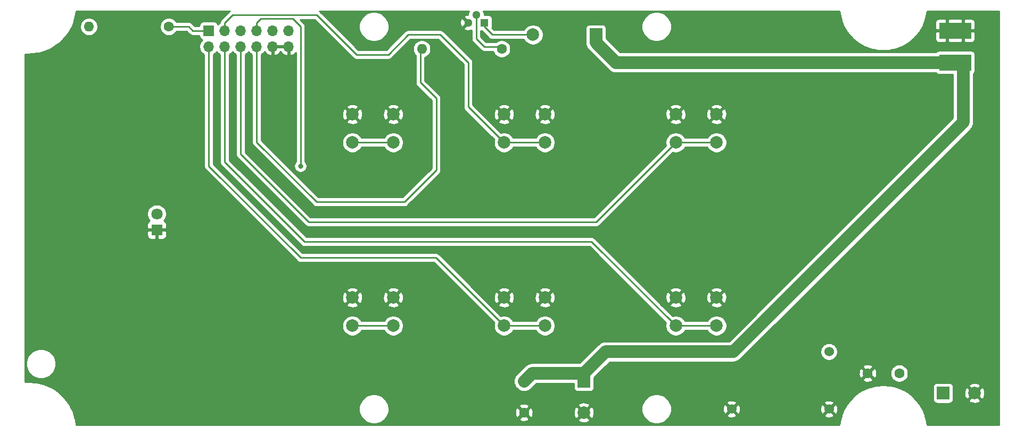
<source format=gtl>
%TF.GenerationSoftware,KiCad,Pcbnew,(5.1.12)-1*%
%TF.CreationDate,2022-06-03T19:18:09+02:00*%
%TF.ProjectId,pypilot_keyboard,70797069-6c6f-4745-9f6b-6579626f6172,rev?*%
%TF.SameCoordinates,Original*%
%TF.FileFunction,Copper,L1,Top*%
%TF.FilePolarity,Positive*%
%FSLAX46Y46*%
G04 Gerber Fmt 4.6, Leading zero omitted, Abs format (unit mm)*
G04 Created by KiCad (PCBNEW (5.1.12)-1) date 2022-06-03 19:18:09*
%MOMM*%
%LPD*%
G01*
G04 APERTURE LIST*
%TA.AperFunction,ComponentPad*%
%ADD10R,2.540000X2.540000*%
%TD*%
%TA.AperFunction,ComponentPad*%
%ADD11R,1.700000X1.700000*%
%TD*%
%TA.AperFunction,ComponentPad*%
%ADD12O,1.700000X1.700000*%
%TD*%
%TA.AperFunction,ComponentPad*%
%ADD13O,1.600000X1.600000*%
%TD*%
%TA.AperFunction,ComponentPad*%
%ADD14C,1.600000*%
%TD*%
%TA.AperFunction,ComponentPad*%
%ADD15C,2.000000*%
%TD*%
%TA.AperFunction,ComponentPad*%
%ADD16R,2.000000X2.000000*%
%TD*%
%TA.AperFunction,ComponentPad*%
%ADD17C,1.524000*%
%TD*%
%TA.AperFunction,ComponentPad*%
%ADD18R,1.800000X1.800000*%
%TD*%
%TA.AperFunction,ComponentPad*%
%ADD19C,1.800000*%
%TD*%
%TA.AperFunction,ComponentPad*%
%ADD20C,1.300000*%
%TD*%
%TA.AperFunction,ComponentPad*%
%ADD21R,1.300000X1.300000*%
%TD*%
%TA.AperFunction,ViaPad*%
%ADD22C,0.800000*%
%TD*%
%TA.AperFunction,Conductor*%
%ADD23C,2.000000*%
%TD*%
%TA.AperFunction,Conductor*%
%ADD24C,0.250000*%
%TD*%
%TA.AperFunction,Conductor*%
%ADD25C,0.254000*%
%TD*%
%TA.AperFunction,Conductor*%
%ADD26C,0.100000*%
%TD*%
G04 APERTURE END LIST*
D10*
%TO.P,J1,1*%
%TO.N,+12V*%
X210820000Y-46990000D03*
X213360000Y-46990000D03*
%TD*%
%TO.P,J2,1*%
%TO.N,GND*%
X213360000Y-41910000D03*
X210820000Y-41910000D03*
%TD*%
D11*
%TO.P,J3,1*%
%TO.N,LED*%
X93345000Y-41910000D03*
D12*
%TO.P,J3,2*%
%TO.N,-10*%
X93345000Y-44450000D03*
%TO.P,J3,3*%
%TO.N,+10*%
X95885000Y-41910000D03*
%TO.P,J3,4*%
%TO.N,StandBy*%
X95885000Y-44450000D03*
%TO.P,J3,5*%
%TO.N,+1*%
X98425000Y-41910000D03*
%TO.P,J3,6*%
%TO.N,AUTO*%
X98425000Y-44450000D03*
%TO.P,J3,7*%
%TO.N,-1*%
X100965000Y-41910000D03*
%TO.P,J3,8*%
%TO.N,Buzzer*%
X100965000Y-44450000D03*
%TO.P,J3,9*%
%TO.N,+5V*%
X103505000Y-41910000D03*
%TO.P,J3,10*%
%TO.N,GND*%
X103505000Y-44450000D03*
%TO.P,J3,11*%
%TO.N,+5V*%
X106045000Y-41910000D03*
%TO.P,J3,12*%
%TO.N,GND*%
X106045000Y-44450000D03*
%TD*%
D13*
%TO.P,R2,2*%
%TO.N,Buzzer*%
X127254000Y-44805600D03*
D14*
%TO.P,R2,1*%
%TO.N,Net-(Q1-Pad2)*%
X139954000Y-44805600D03*
%TD*%
D15*
%TO.P,C3,2*%
%TO.N,GND*%
X215185000Y-99695000D03*
D16*
%TO.P,C3,1*%
%TO.N,+5V*%
X210185000Y-99695000D03*
%TD*%
%TO.P,A1,1*%
%TO.N,+12V*%
%TA.AperFunction,ComponentPad*%
G36*
G01*
X176022000Y-93472000D02*
X176022000Y-92710000D01*
G75*
G02*
X176403000Y-92329000I381000J0D01*
G01*
X177165000Y-92329000D01*
G75*
G02*
X177546000Y-92710000I0J-381000D01*
G01*
X177546000Y-93472000D01*
G75*
G02*
X177165000Y-93853000I-381000J0D01*
G01*
X176403000Y-93853000D01*
G75*
G02*
X176022000Y-93472000I0J381000D01*
G01*
G37*
%TD.AperFunction*%
D17*
%TO.P,A1,2*%
%TO.N,+5V*%
X192024000Y-93091000D03*
%TO.P,A1,3*%
%TO.N,GND*%
X176530000Y-102235000D03*
%TO.P,A1,4*%
X192024000Y-102235000D03*
%TD*%
D15*
%TO.P,BZ1,2*%
%TO.N,Net-(BZ1-Pad2)*%
X144940000Y-42545000D03*
D16*
%TO.P,BZ1,1*%
%TO.N,+12V*%
X154940000Y-42545000D03*
%TD*%
D14*
%TO.P,C1,2*%
%TO.N,GND*%
X143510000Y-102790000D03*
%TO.P,C1,1*%
%TO.N,+12V*%
X143510000Y-97790000D03*
%TD*%
D15*
%TO.P,C2,2*%
%TO.N,GND*%
X153035000Y-102790000D03*
D16*
%TO.P,C2,1*%
%TO.N,+12V*%
X153035000Y-97790000D03*
%TD*%
D14*
%TO.P,C4,1*%
%TO.N,+5V*%
X203200000Y-96520000D03*
%TO.P,C4,2*%
%TO.N,GND*%
X198200000Y-96520000D03*
%TD*%
D18*
%TO.P,D1,1*%
%TO.N,GND*%
X85090000Y-73660000D03*
D19*
%TO.P,D1,2*%
%TO.N,Net-(D1-Pad2)*%
X85090000Y-71120000D03*
%TD*%
D20*
%TO.P,Q1,2*%
%TO.N,Net-(Q1-Pad2)*%
X135890000Y-39370000D03*
%TO.P,Q1,3*%
%TO.N,GND*%
X134620000Y-40640000D03*
D21*
%TO.P,Q1,1*%
%TO.N,Net-(BZ1-Pad2)*%
X137160000Y-40640000D03*
%TD*%
D14*
%TO.P,R1,1*%
%TO.N,LED*%
X86995000Y-41275000D03*
D13*
%TO.P,R1,2*%
%TO.N,Net-(D1-Pad2)*%
X74295000Y-41275000D03*
%TD*%
D15*
%TO.P,SW1,2*%
%TO.N,AUTO*%
X167640000Y-59745000D03*
%TO.P,SW1,1*%
%TO.N,GND*%
X167640000Y-55245000D03*
%TO.P,SW1,2*%
%TO.N,AUTO*%
X174140000Y-59745000D03*
%TO.P,SW1,1*%
%TO.N,GND*%
X174140000Y-55245000D03*
%TD*%
%TO.P,SW2,1*%
%TO.N,GND*%
X174140000Y-84455000D03*
%TO.P,SW2,2*%
%TO.N,StandBy*%
X174140000Y-88955000D03*
%TO.P,SW2,1*%
%TO.N,GND*%
X167640000Y-84455000D03*
%TO.P,SW2,2*%
%TO.N,StandBy*%
X167640000Y-88955000D03*
%TD*%
%TO.P,SW3,2*%
%TO.N,-10*%
X140335000Y-88955000D03*
%TO.P,SW3,1*%
%TO.N,GND*%
X140335000Y-84455000D03*
%TO.P,SW3,2*%
%TO.N,-10*%
X146835000Y-88955000D03*
%TO.P,SW3,1*%
%TO.N,GND*%
X146835000Y-84455000D03*
%TD*%
%TO.P,SW4,1*%
%TO.N,GND*%
X122705000Y-84455000D03*
%TO.P,SW4,2*%
%TO.N,-1*%
X122705000Y-88955000D03*
%TO.P,SW4,1*%
%TO.N,GND*%
X116205000Y-84455000D03*
%TO.P,SW4,2*%
%TO.N,-1*%
X116205000Y-88955000D03*
%TD*%
%TO.P,SW5,2*%
%TO.N,+1*%
X116205000Y-59745000D03*
%TO.P,SW5,1*%
%TO.N,GND*%
X116205000Y-55245000D03*
%TO.P,SW5,2*%
%TO.N,+1*%
X122705000Y-59745000D03*
%TO.P,SW5,1*%
%TO.N,GND*%
X122705000Y-55245000D03*
%TD*%
%TO.P,SW6,1*%
%TO.N,GND*%
X146835000Y-55245000D03*
%TO.P,SW6,2*%
%TO.N,+10*%
X146835000Y-59745000D03*
%TO.P,SW6,1*%
%TO.N,GND*%
X140335000Y-55245000D03*
%TO.P,SW6,2*%
%TO.N,+10*%
X140335000Y-59745000D03*
%TD*%
D22*
%TO.N,-1*%
X107950000Y-63500000D03*
%TD*%
D23*
%TO.N,+12V*%
X213360000Y-56515000D02*
X176784000Y-93091000D01*
X156464000Y-93091000D02*
X153035000Y-96520000D01*
X176784000Y-93091000D02*
X156464000Y-93091000D01*
X144780000Y-96520000D02*
X143510000Y-97790000D01*
X153035000Y-96520000D02*
X144780000Y-96520000D01*
X154940000Y-42545000D02*
X154940000Y-43815000D01*
X153035000Y-97790000D02*
X153035000Y-96520000D01*
X213360000Y-56515000D02*
X213360000Y-46990000D01*
X213360000Y-46990000D02*
X210820000Y-46990000D01*
X210820000Y-46990000D02*
X158115000Y-46990000D01*
X154940000Y-43815000D02*
X158115000Y-46990000D01*
D24*
%TO.N,Net-(BZ1-Pad2)*%
X137160000Y-40640000D02*
X137160000Y-41275000D01*
X137160000Y-41275000D02*
X138430000Y-42545000D01*
X138430000Y-42545000D02*
X144940000Y-42545000D01*
%TO.N,LED*%
X86995000Y-41275000D02*
X90170000Y-41275000D01*
X90805000Y-41910000D02*
X93345000Y-41910000D01*
X90170000Y-41275000D02*
X90805000Y-41910000D01*
%TO.N,-10*%
X93345000Y-46990000D02*
X93345000Y-63500000D01*
X93345000Y-63500000D02*
X107950000Y-78105000D01*
X129485000Y-78105000D02*
X140335000Y-88955000D01*
X107950000Y-78105000D02*
X129485000Y-78105000D01*
X140335000Y-88955000D02*
X146835000Y-88955000D01*
X93345000Y-46990000D02*
X93345000Y-44450000D01*
%TO.N,+10*%
X140335000Y-59745000D02*
X146835000Y-59745000D01*
X95885000Y-40640000D02*
X95885000Y-41910000D01*
X97155000Y-39370000D02*
X95885000Y-40640000D01*
X110490000Y-39370000D02*
X97155000Y-39370000D01*
X116840000Y-45720000D02*
X110490000Y-39370000D01*
X116840000Y-45720000D02*
X121920000Y-45720000D01*
X134620000Y-54030000D02*
X140335000Y-59745000D01*
X134620000Y-46990000D02*
X134620000Y-54030000D01*
X130175000Y-42545000D02*
X134620000Y-46990000D01*
X125095000Y-42545000D02*
X130175000Y-42545000D01*
X121920000Y-45720000D02*
X125095000Y-42545000D01*
%TO.N,StandBy*%
X95885000Y-46990000D02*
X95885000Y-62865000D01*
X95885000Y-62865000D02*
X108585000Y-75565000D01*
X154250000Y-75565000D02*
X167640000Y-88955000D01*
X108585000Y-75565000D02*
X154250000Y-75565000D01*
X167640000Y-88955000D02*
X174140000Y-88955000D01*
X95885000Y-46990000D02*
X95885000Y-44450000D01*
%TO.N,+1*%
X116205000Y-59745000D02*
X122705000Y-59745000D01*
%TO.N,AUTO*%
X98425000Y-46990000D02*
X98425000Y-61595000D01*
X98425000Y-61595000D02*
X109220000Y-72390000D01*
X154995000Y-72390000D02*
X167640000Y-59745000D01*
X109220000Y-72390000D02*
X154995000Y-72390000D01*
X167640000Y-59745000D02*
X174140000Y-59745000D01*
X98425000Y-46990000D02*
X98425000Y-44450000D01*
%TO.N,-1*%
X116205000Y-88955000D02*
X122705000Y-88955000D01*
X101600000Y-40005000D02*
X100965000Y-40640000D01*
X106680000Y-40005000D02*
X101600000Y-40005000D01*
X100965000Y-40640000D02*
X100965000Y-41910000D01*
X107950000Y-41275000D02*
X106680000Y-40005000D01*
X107950000Y-63500000D02*
X107950000Y-41275000D01*
%TO.N,Buzzer*%
X127000000Y-50165000D02*
X127000000Y-44450000D01*
X129540000Y-52705000D02*
X127000000Y-50165000D01*
X129540000Y-64135000D02*
X129540000Y-52705000D01*
X124460000Y-69215000D02*
X129540000Y-64135000D01*
X110490000Y-69215000D02*
X124460000Y-69215000D01*
X100965000Y-59690000D02*
X110490000Y-69215000D01*
X100965000Y-44450000D02*
X100965000Y-59690000D01*
%TO.N,Net-(Q1-Pad2)*%
X139700000Y-44450000D02*
X137160000Y-44450000D01*
X135890000Y-43180000D02*
X135890000Y-39370000D01*
X137160000Y-44450000D02*
X135890000Y-43180000D01*
%TD*%
D25*
%TO.N,GND*%
X96614999Y-38829999D02*
X96591201Y-38858997D01*
X95374003Y-40076196D01*
X95344999Y-40099999D01*
X95295460Y-40160363D01*
X95250026Y-40215724D01*
X95183023Y-40341077D01*
X95179454Y-40347754D01*
X95135997Y-40491015D01*
X95125000Y-40602668D01*
X95125000Y-40602678D01*
X95121927Y-40633875D01*
X94938368Y-40756525D01*
X94806513Y-40888380D01*
X94784502Y-40815820D01*
X94725537Y-40705506D01*
X94646185Y-40608815D01*
X94549494Y-40529463D01*
X94439180Y-40470498D01*
X94319482Y-40434188D01*
X94195000Y-40421928D01*
X92495000Y-40421928D01*
X92370518Y-40434188D01*
X92250820Y-40470498D01*
X92140506Y-40529463D01*
X92043815Y-40608815D01*
X91964463Y-40705506D01*
X91905498Y-40815820D01*
X91869188Y-40935518D01*
X91856928Y-41060000D01*
X91856928Y-41150000D01*
X91119802Y-41150000D01*
X90733803Y-40764002D01*
X90710001Y-40734999D01*
X90594276Y-40640026D01*
X90462247Y-40569454D01*
X90318986Y-40525997D01*
X90207333Y-40515000D01*
X90207322Y-40515000D01*
X90170000Y-40511324D01*
X90132678Y-40515000D01*
X88213043Y-40515000D01*
X88109637Y-40360241D01*
X87909759Y-40160363D01*
X87674727Y-40003320D01*
X87413574Y-39895147D01*
X87136335Y-39840000D01*
X86853665Y-39840000D01*
X86576426Y-39895147D01*
X86315273Y-40003320D01*
X86080241Y-40160363D01*
X85880363Y-40360241D01*
X85723320Y-40595273D01*
X85615147Y-40856426D01*
X85560000Y-41133665D01*
X85560000Y-41416335D01*
X85615147Y-41693574D01*
X85723320Y-41954727D01*
X85880363Y-42189759D01*
X86080241Y-42389637D01*
X86315273Y-42546680D01*
X86576426Y-42654853D01*
X86853665Y-42710000D01*
X87136335Y-42710000D01*
X87413574Y-42654853D01*
X87674727Y-42546680D01*
X87909759Y-42389637D01*
X88109637Y-42189759D01*
X88213043Y-42035000D01*
X89855199Y-42035000D01*
X90241200Y-42421002D01*
X90264999Y-42450001D01*
X90293997Y-42473799D01*
X90380724Y-42544974D01*
X90512753Y-42615546D01*
X90656014Y-42659003D01*
X90805000Y-42673677D01*
X90842333Y-42670000D01*
X91856928Y-42670000D01*
X91856928Y-42760000D01*
X91869188Y-42884482D01*
X91905498Y-43004180D01*
X91964463Y-43114494D01*
X92043815Y-43211185D01*
X92140506Y-43290537D01*
X92250820Y-43349502D01*
X92323380Y-43371513D01*
X92191525Y-43503368D01*
X92029010Y-43746589D01*
X91917068Y-44016842D01*
X91860000Y-44303740D01*
X91860000Y-44596260D01*
X91917068Y-44883158D01*
X92029010Y-45153411D01*
X92191525Y-45396632D01*
X92398368Y-45603475D01*
X92585000Y-45728179D01*
X92585000Y-46952668D01*
X92585001Y-63462667D01*
X92581324Y-63500000D01*
X92585001Y-63537332D01*
X92585001Y-63537333D01*
X92592553Y-63614003D01*
X92595998Y-63648985D01*
X92639454Y-63792246D01*
X92710026Y-63924276D01*
X92760694Y-63986014D01*
X92805000Y-64040001D01*
X92833998Y-64063799D01*
X107386200Y-78616002D01*
X107409999Y-78645001D01*
X107438997Y-78668799D01*
X107525723Y-78739974D01*
X107657753Y-78810546D01*
X107801014Y-78854003D01*
X107912667Y-78865000D01*
X107912676Y-78865000D01*
X107949999Y-78868676D01*
X107987322Y-78865000D01*
X129170199Y-78865000D01*
X138768823Y-88463625D01*
X138762832Y-88478088D01*
X138700000Y-88793967D01*
X138700000Y-89116033D01*
X138762832Y-89431912D01*
X138886082Y-89729463D01*
X139065013Y-89997252D01*
X139292748Y-90224987D01*
X139560537Y-90403918D01*
X139858088Y-90527168D01*
X140173967Y-90590000D01*
X140496033Y-90590000D01*
X140811912Y-90527168D01*
X141109463Y-90403918D01*
X141377252Y-90224987D01*
X141604987Y-89997252D01*
X141783918Y-89729463D01*
X141789909Y-89715000D01*
X145380091Y-89715000D01*
X145386082Y-89729463D01*
X145565013Y-89997252D01*
X145792748Y-90224987D01*
X146060537Y-90403918D01*
X146358088Y-90527168D01*
X146673967Y-90590000D01*
X146996033Y-90590000D01*
X147311912Y-90527168D01*
X147609463Y-90403918D01*
X147877252Y-90224987D01*
X148104987Y-89997252D01*
X148283918Y-89729463D01*
X148407168Y-89431912D01*
X148470000Y-89116033D01*
X148470000Y-88793967D01*
X148407168Y-88478088D01*
X148283918Y-88180537D01*
X148104987Y-87912748D01*
X147877252Y-87685013D01*
X147609463Y-87506082D01*
X147311912Y-87382832D01*
X146996033Y-87320000D01*
X146673967Y-87320000D01*
X146358088Y-87382832D01*
X146060537Y-87506082D01*
X145792748Y-87685013D01*
X145565013Y-87912748D01*
X145386082Y-88180537D01*
X145380091Y-88195000D01*
X141789909Y-88195000D01*
X141783918Y-88180537D01*
X141604987Y-87912748D01*
X141377252Y-87685013D01*
X141109463Y-87506082D01*
X140811912Y-87382832D01*
X140496033Y-87320000D01*
X140173967Y-87320000D01*
X139858088Y-87382832D01*
X139843625Y-87388823D01*
X138045215Y-85590413D01*
X139379192Y-85590413D01*
X139474956Y-85854814D01*
X139764571Y-85995704D01*
X140076108Y-86077384D01*
X140397595Y-86096718D01*
X140716675Y-86052961D01*
X141021088Y-85947795D01*
X141195044Y-85854814D01*
X141290808Y-85590413D01*
X145879192Y-85590413D01*
X145974956Y-85854814D01*
X146264571Y-85995704D01*
X146576108Y-86077384D01*
X146897595Y-86096718D01*
X147216675Y-86052961D01*
X147521088Y-85947795D01*
X147695044Y-85854814D01*
X147790808Y-85590413D01*
X146835000Y-84634605D01*
X145879192Y-85590413D01*
X141290808Y-85590413D01*
X140335000Y-84634605D01*
X139379192Y-85590413D01*
X138045215Y-85590413D01*
X136972397Y-84517595D01*
X138693282Y-84517595D01*
X138737039Y-84836675D01*
X138842205Y-85141088D01*
X138935186Y-85315044D01*
X139199587Y-85410808D01*
X140155395Y-84455000D01*
X140514605Y-84455000D01*
X141470413Y-85410808D01*
X141734814Y-85315044D01*
X141875704Y-85025429D01*
X141957384Y-84713892D01*
X141969189Y-84517595D01*
X145193282Y-84517595D01*
X145237039Y-84836675D01*
X145342205Y-85141088D01*
X145435186Y-85315044D01*
X145699587Y-85410808D01*
X146655395Y-84455000D01*
X147014605Y-84455000D01*
X147970413Y-85410808D01*
X148234814Y-85315044D01*
X148375704Y-85025429D01*
X148457384Y-84713892D01*
X148476718Y-84392405D01*
X148432961Y-84073325D01*
X148327795Y-83768912D01*
X148234814Y-83594956D01*
X147970413Y-83499192D01*
X147014605Y-84455000D01*
X146655395Y-84455000D01*
X145699587Y-83499192D01*
X145435186Y-83594956D01*
X145294296Y-83884571D01*
X145212616Y-84196108D01*
X145193282Y-84517595D01*
X141969189Y-84517595D01*
X141976718Y-84392405D01*
X141932961Y-84073325D01*
X141827795Y-83768912D01*
X141734814Y-83594956D01*
X141470413Y-83499192D01*
X140514605Y-84455000D01*
X140155395Y-84455000D01*
X139199587Y-83499192D01*
X138935186Y-83594956D01*
X138794296Y-83884571D01*
X138712616Y-84196108D01*
X138693282Y-84517595D01*
X136972397Y-84517595D01*
X135774389Y-83319587D01*
X139379192Y-83319587D01*
X140335000Y-84275395D01*
X141290808Y-83319587D01*
X145879192Y-83319587D01*
X146835000Y-84275395D01*
X147790808Y-83319587D01*
X147695044Y-83055186D01*
X147405429Y-82914296D01*
X147093892Y-82832616D01*
X146772405Y-82813282D01*
X146453325Y-82857039D01*
X146148912Y-82962205D01*
X145974956Y-83055186D01*
X145879192Y-83319587D01*
X141290808Y-83319587D01*
X141195044Y-83055186D01*
X140905429Y-82914296D01*
X140593892Y-82832616D01*
X140272405Y-82813282D01*
X139953325Y-82857039D01*
X139648912Y-82962205D01*
X139474956Y-83055186D01*
X139379192Y-83319587D01*
X135774389Y-83319587D01*
X130048804Y-77594003D01*
X130025001Y-77564999D01*
X129909276Y-77470026D01*
X129777247Y-77399454D01*
X129633986Y-77355997D01*
X129522333Y-77345000D01*
X129522322Y-77345000D01*
X129485000Y-77341324D01*
X129447678Y-77345000D01*
X108264802Y-77345000D01*
X94105000Y-63185199D01*
X94105000Y-45728178D01*
X94291632Y-45603475D01*
X94498475Y-45396632D01*
X94615000Y-45222240D01*
X94731525Y-45396632D01*
X94938368Y-45603475D01*
X95125000Y-45728179D01*
X95125000Y-46952668D01*
X95125001Y-62827667D01*
X95121324Y-62865000D01*
X95135998Y-63013985D01*
X95179454Y-63157246D01*
X95250026Y-63289276D01*
X95317362Y-63371324D01*
X95345000Y-63405001D01*
X95373998Y-63428799D01*
X108021200Y-76076002D01*
X108044999Y-76105001D01*
X108160724Y-76199974D01*
X108292753Y-76270546D01*
X108436014Y-76314003D01*
X108547667Y-76325000D01*
X108547676Y-76325000D01*
X108584999Y-76328676D01*
X108622322Y-76325000D01*
X153935199Y-76325000D01*
X166073823Y-88463625D01*
X166067832Y-88478088D01*
X166005000Y-88793967D01*
X166005000Y-89116033D01*
X166067832Y-89431912D01*
X166191082Y-89729463D01*
X166370013Y-89997252D01*
X166597748Y-90224987D01*
X166865537Y-90403918D01*
X167163088Y-90527168D01*
X167478967Y-90590000D01*
X167801033Y-90590000D01*
X168116912Y-90527168D01*
X168414463Y-90403918D01*
X168682252Y-90224987D01*
X168909987Y-89997252D01*
X169088918Y-89729463D01*
X169094909Y-89715000D01*
X172685091Y-89715000D01*
X172691082Y-89729463D01*
X172870013Y-89997252D01*
X173097748Y-90224987D01*
X173365537Y-90403918D01*
X173663088Y-90527168D01*
X173978967Y-90590000D01*
X174301033Y-90590000D01*
X174616912Y-90527168D01*
X174914463Y-90403918D01*
X175182252Y-90224987D01*
X175409987Y-89997252D01*
X175588918Y-89729463D01*
X175712168Y-89431912D01*
X175775000Y-89116033D01*
X175775000Y-88793967D01*
X175712168Y-88478088D01*
X175588918Y-88180537D01*
X175409987Y-87912748D01*
X175182252Y-87685013D01*
X174914463Y-87506082D01*
X174616912Y-87382832D01*
X174301033Y-87320000D01*
X173978967Y-87320000D01*
X173663088Y-87382832D01*
X173365537Y-87506082D01*
X173097748Y-87685013D01*
X172870013Y-87912748D01*
X172691082Y-88180537D01*
X172685091Y-88195000D01*
X169094909Y-88195000D01*
X169088918Y-88180537D01*
X168909987Y-87912748D01*
X168682252Y-87685013D01*
X168414463Y-87506082D01*
X168116912Y-87382832D01*
X167801033Y-87320000D01*
X167478967Y-87320000D01*
X167163088Y-87382832D01*
X167148625Y-87388823D01*
X165350215Y-85590413D01*
X166684192Y-85590413D01*
X166779956Y-85854814D01*
X167069571Y-85995704D01*
X167381108Y-86077384D01*
X167702595Y-86096718D01*
X168021675Y-86052961D01*
X168326088Y-85947795D01*
X168500044Y-85854814D01*
X168595808Y-85590413D01*
X173184192Y-85590413D01*
X173279956Y-85854814D01*
X173569571Y-85995704D01*
X173881108Y-86077384D01*
X174202595Y-86096718D01*
X174521675Y-86052961D01*
X174826088Y-85947795D01*
X175000044Y-85854814D01*
X175095808Y-85590413D01*
X174140000Y-84634605D01*
X173184192Y-85590413D01*
X168595808Y-85590413D01*
X167640000Y-84634605D01*
X166684192Y-85590413D01*
X165350215Y-85590413D01*
X164277397Y-84517595D01*
X165998282Y-84517595D01*
X166042039Y-84836675D01*
X166147205Y-85141088D01*
X166240186Y-85315044D01*
X166504587Y-85410808D01*
X167460395Y-84455000D01*
X167819605Y-84455000D01*
X168775413Y-85410808D01*
X169039814Y-85315044D01*
X169180704Y-85025429D01*
X169262384Y-84713892D01*
X169274189Y-84517595D01*
X172498282Y-84517595D01*
X172542039Y-84836675D01*
X172647205Y-85141088D01*
X172740186Y-85315044D01*
X173004587Y-85410808D01*
X173960395Y-84455000D01*
X174319605Y-84455000D01*
X175275413Y-85410808D01*
X175539814Y-85315044D01*
X175680704Y-85025429D01*
X175762384Y-84713892D01*
X175781718Y-84392405D01*
X175737961Y-84073325D01*
X175632795Y-83768912D01*
X175539814Y-83594956D01*
X175275413Y-83499192D01*
X174319605Y-84455000D01*
X173960395Y-84455000D01*
X173004587Y-83499192D01*
X172740186Y-83594956D01*
X172599296Y-83884571D01*
X172517616Y-84196108D01*
X172498282Y-84517595D01*
X169274189Y-84517595D01*
X169281718Y-84392405D01*
X169237961Y-84073325D01*
X169132795Y-83768912D01*
X169039814Y-83594956D01*
X168775413Y-83499192D01*
X167819605Y-84455000D01*
X167460395Y-84455000D01*
X166504587Y-83499192D01*
X166240186Y-83594956D01*
X166099296Y-83884571D01*
X166017616Y-84196108D01*
X165998282Y-84517595D01*
X164277397Y-84517595D01*
X163079389Y-83319587D01*
X166684192Y-83319587D01*
X167640000Y-84275395D01*
X168595808Y-83319587D01*
X173184192Y-83319587D01*
X174140000Y-84275395D01*
X175095808Y-83319587D01*
X175000044Y-83055186D01*
X174710429Y-82914296D01*
X174398892Y-82832616D01*
X174077405Y-82813282D01*
X173758325Y-82857039D01*
X173453912Y-82962205D01*
X173279956Y-83055186D01*
X173184192Y-83319587D01*
X168595808Y-83319587D01*
X168500044Y-83055186D01*
X168210429Y-82914296D01*
X167898892Y-82832616D01*
X167577405Y-82813282D01*
X167258325Y-82857039D01*
X166953912Y-82962205D01*
X166779956Y-83055186D01*
X166684192Y-83319587D01*
X163079389Y-83319587D01*
X154813804Y-75054003D01*
X154790001Y-75024999D01*
X154674276Y-74930026D01*
X154542247Y-74859454D01*
X154398986Y-74815997D01*
X154287333Y-74805000D01*
X154287322Y-74805000D01*
X154250000Y-74801324D01*
X154212678Y-74805000D01*
X108899802Y-74805000D01*
X96645000Y-62550199D01*
X96645000Y-45728178D01*
X96831632Y-45603475D01*
X97038475Y-45396632D01*
X97155000Y-45222240D01*
X97271525Y-45396632D01*
X97478368Y-45603475D01*
X97665000Y-45728179D01*
X97665000Y-46952668D01*
X97665001Y-61557668D01*
X97661324Y-61595000D01*
X97675998Y-61743985D01*
X97719454Y-61887246D01*
X97790026Y-62019276D01*
X97857362Y-62101324D01*
X97885000Y-62135001D01*
X97913998Y-62158799D01*
X108656205Y-72901008D01*
X108679999Y-72930001D01*
X108708992Y-72953795D01*
X108708996Y-72953799D01*
X108779685Y-73011811D01*
X108795724Y-73024974D01*
X108927753Y-73095546D01*
X109071014Y-73139003D01*
X109182667Y-73150000D01*
X109182676Y-73150000D01*
X109219999Y-73153676D01*
X109257322Y-73150000D01*
X154957678Y-73150000D01*
X154995000Y-73153676D01*
X155032322Y-73150000D01*
X155032333Y-73150000D01*
X155143986Y-73139003D01*
X155287247Y-73095546D01*
X155419276Y-73024974D01*
X155535001Y-72930001D01*
X155558804Y-72900997D01*
X167148625Y-61311177D01*
X167163088Y-61317168D01*
X167478967Y-61380000D01*
X167801033Y-61380000D01*
X168116912Y-61317168D01*
X168414463Y-61193918D01*
X168682252Y-61014987D01*
X168909987Y-60787252D01*
X169088918Y-60519463D01*
X169094909Y-60505000D01*
X172685091Y-60505000D01*
X172691082Y-60519463D01*
X172870013Y-60787252D01*
X173097748Y-61014987D01*
X173365537Y-61193918D01*
X173663088Y-61317168D01*
X173978967Y-61380000D01*
X174301033Y-61380000D01*
X174616912Y-61317168D01*
X174914463Y-61193918D01*
X175182252Y-61014987D01*
X175409987Y-60787252D01*
X175588918Y-60519463D01*
X175712168Y-60221912D01*
X175775000Y-59906033D01*
X175775000Y-59583967D01*
X175712168Y-59268088D01*
X175588918Y-58970537D01*
X175409987Y-58702748D01*
X175182252Y-58475013D01*
X174914463Y-58296082D01*
X174616912Y-58172832D01*
X174301033Y-58110000D01*
X173978967Y-58110000D01*
X173663088Y-58172832D01*
X173365537Y-58296082D01*
X173097748Y-58475013D01*
X172870013Y-58702748D01*
X172691082Y-58970537D01*
X172685091Y-58985000D01*
X169094909Y-58985000D01*
X169088918Y-58970537D01*
X168909987Y-58702748D01*
X168682252Y-58475013D01*
X168414463Y-58296082D01*
X168116912Y-58172832D01*
X167801033Y-58110000D01*
X167478967Y-58110000D01*
X167163088Y-58172832D01*
X166865537Y-58296082D01*
X166597748Y-58475013D01*
X166370013Y-58702748D01*
X166191082Y-58970537D01*
X166067832Y-59268088D01*
X166005000Y-59583967D01*
X166005000Y-59906033D01*
X166067832Y-60221912D01*
X166073823Y-60236375D01*
X154680199Y-71630000D01*
X109534803Y-71630000D01*
X99185000Y-61280199D01*
X99185000Y-45728178D01*
X99371632Y-45603475D01*
X99578475Y-45396632D01*
X99695000Y-45222240D01*
X99811525Y-45396632D01*
X100018368Y-45603475D01*
X100205000Y-45728179D01*
X100205001Y-59652667D01*
X100201324Y-59690000D01*
X100215998Y-59838985D01*
X100259454Y-59982246D01*
X100330026Y-60114276D01*
X100375164Y-60169276D01*
X100425000Y-60230001D01*
X100453998Y-60253799D01*
X109926201Y-69726003D01*
X109949999Y-69755001D01*
X110065724Y-69849974D01*
X110197753Y-69920546D01*
X110341014Y-69964003D01*
X110452667Y-69975000D01*
X110452676Y-69975000D01*
X110489999Y-69978676D01*
X110527322Y-69975000D01*
X124422678Y-69975000D01*
X124460000Y-69978676D01*
X124497322Y-69975000D01*
X124497333Y-69975000D01*
X124608986Y-69964003D01*
X124752247Y-69920546D01*
X124884276Y-69849974D01*
X125000001Y-69755001D01*
X125023804Y-69725997D01*
X130051004Y-64698798D01*
X130080001Y-64675001D01*
X130106332Y-64642917D01*
X130174974Y-64559277D01*
X130245546Y-64427247D01*
X130248592Y-64417205D01*
X130289003Y-64283986D01*
X130300000Y-64172333D01*
X130300000Y-64172323D01*
X130303676Y-64135000D01*
X130300000Y-64097677D01*
X130300000Y-52742322D01*
X130303676Y-52704999D01*
X130300000Y-52667676D01*
X130300000Y-52667667D01*
X130289003Y-52556014D01*
X130245546Y-52412753D01*
X130174974Y-52280724D01*
X130161811Y-52264685D01*
X130103799Y-52193996D01*
X130103795Y-52193992D01*
X130080001Y-52164999D01*
X130051008Y-52141205D01*
X127760000Y-49850199D01*
X127760000Y-46149240D01*
X127933727Y-46077280D01*
X128168759Y-45920237D01*
X128368637Y-45720359D01*
X128525680Y-45485327D01*
X128633853Y-45224174D01*
X128689000Y-44946935D01*
X128689000Y-44664265D01*
X128633853Y-44387026D01*
X128525680Y-44125873D01*
X128368637Y-43890841D01*
X128168759Y-43690963D01*
X127933727Y-43533920D01*
X127672574Y-43425747D01*
X127395335Y-43370600D01*
X127112665Y-43370600D01*
X126835426Y-43425747D01*
X126574273Y-43533920D01*
X126339241Y-43690963D01*
X126139363Y-43890841D01*
X125982320Y-44125873D01*
X125874147Y-44387026D01*
X125819000Y-44664265D01*
X125819000Y-44946935D01*
X125874147Y-45224174D01*
X125982320Y-45485327D01*
X126139363Y-45720359D01*
X126240001Y-45820997D01*
X126240000Y-50127677D01*
X126236324Y-50165000D01*
X126240000Y-50202322D01*
X126240000Y-50202332D01*
X126250997Y-50313985D01*
X126294454Y-50457246D01*
X126365026Y-50589276D01*
X126404871Y-50637826D01*
X126459999Y-50705001D01*
X126489003Y-50728804D01*
X128780001Y-53019804D01*
X128780000Y-63820198D01*
X124145199Y-68455000D01*
X110804802Y-68455000D01*
X101725000Y-59375199D01*
X101725000Y-45728178D01*
X101911632Y-45603475D01*
X102118475Y-45396632D01*
X102240195Y-45214466D01*
X102309822Y-45331355D01*
X102504731Y-45547588D01*
X102738080Y-45721641D01*
X103000901Y-45846825D01*
X103148110Y-45891476D01*
X103378000Y-45770155D01*
X103378000Y-44577000D01*
X103632000Y-44577000D01*
X103632000Y-45770155D01*
X103861890Y-45891476D01*
X104009099Y-45846825D01*
X104271920Y-45721641D01*
X104505269Y-45547588D01*
X104700178Y-45331355D01*
X104775000Y-45205745D01*
X104849822Y-45331355D01*
X105044731Y-45547588D01*
X105278080Y-45721641D01*
X105540901Y-45846825D01*
X105688110Y-45891476D01*
X105918000Y-45770155D01*
X105918000Y-44577000D01*
X103632000Y-44577000D01*
X103378000Y-44577000D01*
X103358000Y-44577000D01*
X103358000Y-44323000D01*
X103378000Y-44323000D01*
X103378000Y-44303000D01*
X103632000Y-44303000D01*
X103632000Y-44323000D01*
X105918000Y-44323000D01*
X105918000Y-44303000D01*
X106172000Y-44303000D01*
X106172000Y-44323000D01*
X106192000Y-44323000D01*
X106192000Y-44577000D01*
X106172000Y-44577000D01*
X106172000Y-45770155D01*
X106401890Y-45891476D01*
X106549099Y-45846825D01*
X106811920Y-45721641D01*
X107045269Y-45547588D01*
X107190001Y-45387022D01*
X107190000Y-62796289D01*
X107146063Y-62840226D01*
X107032795Y-63009744D01*
X106954774Y-63198102D01*
X106915000Y-63398061D01*
X106915000Y-63601939D01*
X106954774Y-63801898D01*
X107032795Y-63990256D01*
X107146063Y-64159774D01*
X107290226Y-64303937D01*
X107459744Y-64417205D01*
X107648102Y-64495226D01*
X107848061Y-64535000D01*
X108051939Y-64535000D01*
X108251898Y-64495226D01*
X108440256Y-64417205D01*
X108609774Y-64303937D01*
X108753937Y-64159774D01*
X108867205Y-63990256D01*
X108945226Y-63801898D01*
X108985000Y-63601939D01*
X108985000Y-63398061D01*
X108945226Y-63198102D01*
X108867205Y-63009744D01*
X108753937Y-62840226D01*
X108710000Y-62796289D01*
X108710000Y-59583967D01*
X114570000Y-59583967D01*
X114570000Y-59906033D01*
X114632832Y-60221912D01*
X114756082Y-60519463D01*
X114935013Y-60787252D01*
X115162748Y-61014987D01*
X115430537Y-61193918D01*
X115728088Y-61317168D01*
X116043967Y-61380000D01*
X116366033Y-61380000D01*
X116681912Y-61317168D01*
X116979463Y-61193918D01*
X117247252Y-61014987D01*
X117474987Y-60787252D01*
X117653918Y-60519463D01*
X117659909Y-60505000D01*
X121250091Y-60505000D01*
X121256082Y-60519463D01*
X121435013Y-60787252D01*
X121662748Y-61014987D01*
X121930537Y-61193918D01*
X122228088Y-61317168D01*
X122543967Y-61380000D01*
X122866033Y-61380000D01*
X123181912Y-61317168D01*
X123479463Y-61193918D01*
X123747252Y-61014987D01*
X123974987Y-60787252D01*
X124153918Y-60519463D01*
X124277168Y-60221912D01*
X124340000Y-59906033D01*
X124340000Y-59583967D01*
X124277168Y-59268088D01*
X124153918Y-58970537D01*
X123974987Y-58702748D01*
X123747252Y-58475013D01*
X123479463Y-58296082D01*
X123181912Y-58172832D01*
X122866033Y-58110000D01*
X122543967Y-58110000D01*
X122228088Y-58172832D01*
X121930537Y-58296082D01*
X121662748Y-58475013D01*
X121435013Y-58702748D01*
X121256082Y-58970537D01*
X121250091Y-58985000D01*
X117659909Y-58985000D01*
X117653918Y-58970537D01*
X117474987Y-58702748D01*
X117247252Y-58475013D01*
X116979463Y-58296082D01*
X116681912Y-58172832D01*
X116366033Y-58110000D01*
X116043967Y-58110000D01*
X115728088Y-58172832D01*
X115430537Y-58296082D01*
X115162748Y-58475013D01*
X114935013Y-58702748D01*
X114756082Y-58970537D01*
X114632832Y-59268088D01*
X114570000Y-59583967D01*
X108710000Y-59583967D01*
X108710000Y-56380413D01*
X115249192Y-56380413D01*
X115344956Y-56644814D01*
X115634571Y-56785704D01*
X115946108Y-56867384D01*
X116267595Y-56886718D01*
X116586675Y-56842961D01*
X116891088Y-56737795D01*
X117065044Y-56644814D01*
X117160808Y-56380413D01*
X121749192Y-56380413D01*
X121844956Y-56644814D01*
X122134571Y-56785704D01*
X122446108Y-56867384D01*
X122767595Y-56886718D01*
X123086675Y-56842961D01*
X123391088Y-56737795D01*
X123565044Y-56644814D01*
X123660808Y-56380413D01*
X122705000Y-55424605D01*
X121749192Y-56380413D01*
X117160808Y-56380413D01*
X116205000Y-55424605D01*
X115249192Y-56380413D01*
X108710000Y-56380413D01*
X108710000Y-55307595D01*
X114563282Y-55307595D01*
X114607039Y-55626675D01*
X114712205Y-55931088D01*
X114805186Y-56105044D01*
X115069587Y-56200808D01*
X116025395Y-55245000D01*
X116384605Y-55245000D01*
X117340413Y-56200808D01*
X117604814Y-56105044D01*
X117745704Y-55815429D01*
X117827384Y-55503892D01*
X117839189Y-55307595D01*
X121063282Y-55307595D01*
X121107039Y-55626675D01*
X121212205Y-55931088D01*
X121305186Y-56105044D01*
X121569587Y-56200808D01*
X122525395Y-55245000D01*
X122884605Y-55245000D01*
X123840413Y-56200808D01*
X124104814Y-56105044D01*
X124245704Y-55815429D01*
X124327384Y-55503892D01*
X124346718Y-55182405D01*
X124302961Y-54863325D01*
X124197795Y-54558912D01*
X124104814Y-54384956D01*
X123840413Y-54289192D01*
X122884605Y-55245000D01*
X122525395Y-55245000D01*
X121569587Y-54289192D01*
X121305186Y-54384956D01*
X121164296Y-54674571D01*
X121082616Y-54986108D01*
X121063282Y-55307595D01*
X117839189Y-55307595D01*
X117846718Y-55182405D01*
X117802961Y-54863325D01*
X117697795Y-54558912D01*
X117604814Y-54384956D01*
X117340413Y-54289192D01*
X116384605Y-55245000D01*
X116025395Y-55245000D01*
X115069587Y-54289192D01*
X114805186Y-54384956D01*
X114664296Y-54674571D01*
X114582616Y-54986108D01*
X114563282Y-55307595D01*
X108710000Y-55307595D01*
X108710000Y-54109587D01*
X115249192Y-54109587D01*
X116205000Y-55065395D01*
X117160808Y-54109587D01*
X121749192Y-54109587D01*
X122705000Y-55065395D01*
X123660808Y-54109587D01*
X123565044Y-53845186D01*
X123275429Y-53704296D01*
X122963892Y-53622616D01*
X122642405Y-53603282D01*
X122323325Y-53647039D01*
X122018912Y-53752205D01*
X121844956Y-53845186D01*
X121749192Y-54109587D01*
X117160808Y-54109587D01*
X117065044Y-53845186D01*
X116775429Y-53704296D01*
X116463892Y-53622616D01*
X116142405Y-53603282D01*
X115823325Y-53647039D01*
X115518912Y-53752205D01*
X115344956Y-53845186D01*
X115249192Y-54109587D01*
X108710000Y-54109587D01*
X108710000Y-41312322D01*
X108713676Y-41274999D01*
X108710000Y-41237676D01*
X108710000Y-41237667D01*
X108699003Y-41126014D01*
X108655546Y-40982753D01*
X108584974Y-40850724D01*
X108490001Y-40734999D01*
X108461003Y-40711201D01*
X107879802Y-40130000D01*
X110175199Y-40130000D01*
X116276201Y-46231003D01*
X116299999Y-46260001D01*
X116328997Y-46283799D01*
X116415723Y-46354974D01*
X116547753Y-46425546D01*
X116691014Y-46469003D01*
X116802667Y-46480000D01*
X116802676Y-46480000D01*
X116839999Y-46483676D01*
X116877322Y-46480000D01*
X121882678Y-46480000D01*
X121920000Y-46483676D01*
X121957322Y-46480000D01*
X121957333Y-46480000D01*
X122068986Y-46469003D01*
X122212247Y-46425546D01*
X122344276Y-46354974D01*
X122460001Y-46260001D01*
X122483804Y-46230997D01*
X125409802Y-43305000D01*
X129860199Y-43305000D01*
X133860000Y-47304802D01*
X133860001Y-53992668D01*
X133856324Y-54030000D01*
X133870998Y-54178985D01*
X133914454Y-54322246D01*
X133985026Y-54454276D01*
X134056201Y-54541002D01*
X134080000Y-54570001D01*
X134108998Y-54593799D01*
X138768823Y-59253625D01*
X138762832Y-59268088D01*
X138700000Y-59583967D01*
X138700000Y-59906033D01*
X138762832Y-60221912D01*
X138886082Y-60519463D01*
X139065013Y-60787252D01*
X139292748Y-61014987D01*
X139560537Y-61193918D01*
X139858088Y-61317168D01*
X140173967Y-61380000D01*
X140496033Y-61380000D01*
X140811912Y-61317168D01*
X141109463Y-61193918D01*
X141377252Y-61014987D01*
X141604987Y-60787252D01*
X141783918Y-60519463D01*
X141789909Y-60505000D01*
X145380091Y-60505000D01*
X145386082Y-60519463D01*
X145565013Y-60787252D01*
X145792748Y-61014987D01*
X146060537Y-61193918D01*
X146358088Y-61317168D01*
X146673967Y-61380000D01*
X146996033Y-61380000D01*
X147311912Y-61317168D01*
X147609463Y-61193918D01*
X147877252Y-61014987D01*
X148104987Y-60787252D01*
X148283918Y-60519463D01*
X148407168Y-60221912D01*
X148470000Y-59906033D01*
X148470000Y-59583967D01*
X148407168Y-59268088D01*
X148283918Y-58970537D01*
X148104987Y-58702748D01*
X147877252Y-58475013D01*
X147609463Y-58296082D01*
X147311912Y-58172832D01*
X146996033Y-58110000D01*
X146673967Y-58110000D01*
X146358088Y-58172832D01*
X146060537Y-58296082D01*
X145792748Y-58475013D01*
X145565013Y-58702748D01*
X145386082Y-58970537D01*
X145380091Y-58985000D01*
X141789909Y-58985000D01*
X141783918Y-58970537D01*
X141604987Y-58702748D01*
X141377252Y-58475013D01*
X141109463Y-58296082D01*
X140811912Y-58172832D01*
X140496033Y-58110000D01*
X140173967Y-58110000D01*
X139858088Y-58172832D01*
X139843625Y-58178823D01*
X138045215Y-56380413D01*
X139379192Y-56380413D01*
X139474956Y-56644814D01*
X139764571Y-56785704D01*
X140076108Y-56867384D01*
X140397595Y-56886718D01*
X140716675Y-56842961D01*
X141021088Y-56737795D01*
X141195044Y-56644814D01*
X141290808Y-56380413D01*
X145879192Y-56380413D01*
X145974956Y-56644814D01*
X146264571Y-56785704D01*
X146576108Y-56867384D01*
X146897595Y-56886718D01*
X147216675Y-56842961D01*
X147521088Y-56737795D01*
X147695044Y-56644814D01*
X147790808Y-56380413D01*
X166684192Y-56380413D01*
X166779956Y-56644814D01*
X167069571Y-56785704D01*
X167381108Y-56867384D01*
X167702595Y-56886718D01*
X168021675Y-56842961D01*
X168326088Y-56737795D01*
X168500044Y-56644814D01*
X168595808Y-56380413D01*
X173184192Y-56380413D01*
X173279956Y-56644814D01*
X173569571Y-56785704D01*
X173881108Y-56867384D01*
X174202595Y-56886718D01*
X174521675Y-56842961D01*
X174826088Y-56737795D01*
X175000044Y-56644814D01*
X175095808Y-56380413D01*
X174140000Y-55424605D01*
X173184192Y-56380413D01*
X168595808Y-56380413D01*
X167640000Y-55424605D01*
X166684192Y-56380413D01*
X147790808Y-56380413D01*
X146835000Y-55424605D01*
X145879192Y-56380413D01*
X141290808Y-56380413D01*
X140335000Y-55424605D01*
X139379192Y-56380413D01*
X138045215Y-56380413D01*
X136972397Y-55307595D01*
X138693282Y-55307595D01*
X138737039Y-55626675D01*
X138842205Y-55931088D01*
X138935186Y-56105044D01*
X139199587Y-56200808D01*
X140155395Y-55245000D01*
X140514605Y-55245000D01*
X141470413Y-56200808D01*
X141734814Y-56105044D01*
X141875704Y-55815429D01*
X141957384Y-55503892D01*
X141969189Y-55307595D01*
X145193282Y-55307595D01*
X145237039Y-55626675D01*
X145342205Y-55931088D01*
X145435186Y-56105044D01*
X145699587Y-56200808D01*
X146655395Y-55245000D01*
X147014605Y-55245000D01*
X147970413Y-56200808D01*
X148234814Y-56105044D01*
X148375704Y-55815429D01*
X148457384Y-55503892D01*
X148469189Y-55307595D01*
X165998282Y-55307595D01*
X166042039Y-55626675D01*
X166147205Y-55931088D01*
X166240186Y-56105044D01*
X166504587Y-56200808D01*
X167460395Y-55245000D01*
X167819605Y-55245000D01*
X168775413Y-56200808D01*
X169039814Y-56105044D01*
X169180704Y-55815429D01*
X169262384Y-55503892D01*
X169274189Y-55307595D01*
X172498282Y-55307595D01*
X172542039Y-55626675D01*
X172647205Y-55931088D01*
X172740186Y-56105044D01*
X173004587Y-56200808D01*
X173960395Y-55245000D01*
X174319605Y-55245000D01*
X175275413Y-56200808D01*
X175539814Y-56105044D01*
X175680704Y-55815429D01*
X175762384Y-55503892D01*
X175781718Y-55182405D01*
X175737961Y-54863325D01*
X175632795Y-54558912D01*
X175539814Y-54384956D01*
X175275413Y-54289192D01*
X174319605Y-55245000D01*
X173960395Y-55245000D01*
X173004587Y-54289192D01*
X172740186Y-54384956D01*
X172599296Y-54674571D01*
X172517616Y-54986108D01*
X172498282Y-55307595D01*
X169274189Y-55307595D01*
X169281718Y-55182405D01*
X169237961Y-54863325D01*
X169132795Y-54558912D01*
X169039814Y-54384956D01*
X168775413Y-54289192D01*
X167819605Y-55245000D01*
X167460395Y-55245000D01*
X166504587Y-54289192D01*
X166240186Y-54384956D01*
X166099296Y-54674571D01*
X166017616Y-54986108D01*
X165998282Y-55307595D01*
X148469189Y-55307595D01*
X148476718Y-55182405D01*
X148432961Y-54863325D01*
X148327795Y-54558912D01*
X148234814Y-54384956D01*
X147970413Y-54289192D01*
X147014605Y-55245000D01*
X146655395Y-55245000D01*
X145699587Y-54289192D01*
X145435186Y-54384956D01*
X145294296Y-54674571D01*
X145212616Y-54986108D01*
X145193282Y-55307595D01*
X141969189Y-55307595D01*
X141976718Y-55182405D01*
X141932961Y-54863325D01*
X141827795Y-54558912D01*
X141734814Y-54384956D01*
X141470413Y-54289192D01*
X140514605Y-55245000D01*
X140155395Y-55245000D01*
X139199587Y-54289192D01*
X138935186Y-54384956D01*
X138794296Y-54674571D01*
X138712616Y-54986108D01*
X138693282Y-55307595D01*
X136972397Y-55307595D01*
X135774389Y-54109587D01*
X139379192Y-54109587D01*
X140335000Y-55065395D01*
X141290808Y-54109587D01*
X145879192Y-54109587D01*
X146835000Y-55065395D01*
X147790808Y-54109587D01*
X166684192Y-54109587D01*
X167640000Y-55065395D01*
X168595808Y-54109587D01*
X173184192Y-54109587D01*
X174140000Y-55065395D01*
X175095808Y-54109587D01*
X175000044Y-53845186D01*
X174710429Y-53704296D01*
X174398892Y-53622616D01*
X174077405Y-53603282D01*
X173758325Y-53647039D01*
X173453912Y-53752205D01*
X173279956Y-53845186D01*
X173184192Y-54109587D01*
X168595808Y-54109587D01*
X168500044Y-53845186D01*
X168210429Y-53704296D01*
X167898892Y-53622616D01*
X167577405Y-53603282D01*
X167258325Y-53647039D01*
X166953912Y-53752205D01*
X166779956Y-53845186D01*
X166684192Y-54109587D01*
X147790808Y-54109587D01*
X147695044Y-53845186D01*
X147405429Y-53704296D01*
X147093892Y-53622616D01*
X146772405Y-53603282D01*
X146453325Y-53647039D01*
X146148912Y-53752205D01*
X145974956Y-53845186D01*
X145879192Y-54109587D01*
X141290808Y-54109587D01*
X141195044Y-53845186D01*
X140905429Y-53704296D01*
X140593892Y-53622616D01*
X140272405Y-53603282D01*
X139953325Y-53647039D01*
X139648912Y-53752205D01*
X139474956Y-53845186D01*
X139379192Y-54109587D01*
X135774389Y-54109587D01*
X135380000Y-53715199D01*
X135380000Y-47027322D01*
X135383676Y-46989999D01*
X135380000Y-46952676D01*
X135380000Y-46952667D01*
X135369003Y-46841014D01*
X135325546Y-46697753D01*
X135254974Y-46565724D01*
X135160001Y-46449999D01*
X135131004Y-46426202D01*
X130738804Y-42034003D01*
X130715001Y-42004999D01*
X130599276Y-41910026D01*
X130467247Y-41839454D01*
X130323986Y-41795997D01*
X130212333Y-41785000D01*
X130212322Y-41785000D01*
X130175000Y-41781324D01*
X130137678Y-41785000D01*
X125132322Y-41785000D01*
X125094999Y-41781324D01*
X125057676Y-41785000D01*
X125057667Y-41785000D01*
X124946014Y-41795997D01*
X124804912Y-41838799D01*
X124802753Y-41839454D01*
X124670723Y-41910026D01*
X124596818Y-41970679D01*
X124554999Y-42004999D01*
X124531201Y-42033997D01*
X121605199Y-44960000D01*
X117154802Y-44960000D01*
X113234900Y-41040098D01*
X117249000Y-41040098D01*
X117249000Y-41509902D01*
X117340654Y-41970679D01*
X117520440Y-42404721D01*
X117781450Y-42795349D01*
X118113651Y-43127550D01*
X118504279Y-43388560D01*
X118938321Y-43568346D01*
X119399098Y-43660000D01*
X119868902Y-43660000D01*
X120329679Y-43568346D01*
X120763721Y-43388560D01*
X121154349Y-43127550D01*
X121486550Y-42795349D01*
X121747560Y-42404721D01*
X121927346Y-41970679D01*
X122019000Y-41509902D01*
X122019000Y-41040098D01*
X121954624Y-40716455D01*
X133331048Y-40716455D01*
X133370730Y-40966449D01*
X133458422Y-41203896D01*
X133505799Y-41292534D01*
X133734473Y-41345922D01*
X134440395Y-40640000D01*
X133734473Y-39934078D01*
X133505799Y-39987466D01*
X133399905Y-40217374D01*
X133340898Y-40463524D01*
X133331048Y-40716455D01*
X121954624Y-40716455D01*
X121927346Y-40579321D01*
X121747560Y-40145279D01*
X121486550Y-39754651D01*
X121154349Y-39422450D01*
X120763721Y-39161440D01*
X120329679Y-38981654D01*
X119868902Y-38890000D01*
X119399098Y-38890000D01*
X118938321Y-38981654D01*
X118504279Y-39161440D01*
X118113651Y-39422450D01*
X117781450Y-39754651D01*
X117520440Y-40145279D01*
X117340654Y-40579321D01*
X117249000Y-41040098D01*
X113234900Y-41040098D01*
X111053804Y-38859003D01*
X111030001Y-38829999D01*
X110944707Y-38760000D01*
X134752132Y-38760000D01*
X134751247Y-38761324D01*
X134654381Y-38995179D01*
X134605000Y-39243439D01*
X134605000Y-39353441D01*
X134543545Y-39351048D01*
X134293551Y-39390730D01*
X134056104Y-39478422D01*
X133967466Y-39525799D01*
X133914078Y-39754473D01*
X134620000Y-40460395D01*
X134634143Y-40446253D01*
X134813748Y-40625858D01*
X134799605Y-40640000D01*
X134813748Y-40654143D01*
X134634143Y-40833748D01*
X134620000Y-40819605D01*
X133914078Y-41525527D01*
X133967466Y-41754201D01*
X134197374Y-41860095D01*
X134443524Y-41919102D01*
X134696455Y-41928952D01*
X134946449Y-41889270D01*
X135130000Y-41821482D01*
X135130000Y-43142677D01*
X135126324Y-43180000D01*
X135130000Y-43217322D01*
X135130000Y-43217332D01*
X135140997Y-43328985D01*
X135173991Y-43437753D01*
X135184454Y-43472246D01*
X135255026Y-43604276D01*
X135277110Y-43631185D01*
X135349999Y-43720001D01*
X135379003Y-43743804D01*
X136596201Y-44961003D01*
X136619999Y-44990001D01*
X136735724Y-45084974D01*
X136867753Y-45155546D01*
X137011014Y-45199003D01*
X137122667Y-45210000D01*
X137122676Y-45210000D01*
X137159999Y-45213676D01*
X137197322Y-45210000D01*
X138571328Y-45210000D01*
X138574147Y-45224174D01*
X138682320Y-45485327D01*
X138839363Y-45720359D01*
X139039241Y-45920237D01*
X139274273Y-46077280D01*
X139535426Y-46185453D01*
X139812665Y-46240600D01*
X140095335Y-46240600D01*
X140372574Y-46185453D01*
X140633727Y-46077280D01*
X140868759Y-45920237D01*
X141068637Y-45720359D01*
X141225680Y-45485327D01*
X141333853Y-45224174D01*
X141389000Y-44946935D01*
X141389000Y-44664265D01*
X141333853Y-44387026D01*
X141225680Y-44125873D01*
X141068637Y-43890841D01*
X140868759Y-43690963D01*
X140633727Y-43533920D01*
X140372574Y-43425747D01*
X140095335Y-43370600D01*
X139812665Y-43370600D01*
X139535426Y-43425747D01*
X139274273Y-43533920D01*
X139040682Y-43690000D01*
X137474802Y-43690000D01*
X136650000Y-42865199D01*
X136650000Y-41928072D01*
X136738271Y-41928072D01*
X137866200Y-43056002D01*
X137889999Y-43085001D01*
X138005724Y-43179974D01*
X138137753Y-43250546D01*
X138281014Y-43294003D01*
X138392667Y-43305000D01*
X138392676Y-43305000D01*
X138429999Y-43308676D01*
X138467322Y-43305000D01*
X143485091Y-43305000D01*
X143491082Y-43319463D01*
X143670013Y-43587252D01*
X143897748Y-43814987D01*
X144165537Y-43993918D01*
X144463088Y-44117168D01*
X144778967Y-44180000D01*
X145101033Y-44180000D01*
X145416912Y-44117168D01*
X145714463Y-43993918D01*
X145982252Y-43814987D01*
X146209987Y-43587252D01*
X146388918Y-43319463D01*
X146512168Y-43021912D01*
X146575000Y-42706033D01*
X146575000Y-42383967D01*
X146512168Y-42068088D01*
X146388918Y-41770537D01*
X146209987Y-41502748D01*
X145982252Y-41275013D01*
X145714463Y-41096082D01*
X145416912Y-40972832D01*
X145101033Y-40910000D01*
X144778967Y-40910000D01*
X144463088Y-40972832D01*
X144165537Y-41096082D01*
X143897748Y-41275013D01*
X143670013Y-41502748D01*
X143491082Y-41770537D01*
X143485091Y-41785000D01*
X138744802Y-41785000D01*
X138421492Y-41461690D01*
X138435812Y-41414482D01*
X138448072Y-41290000D01*
X138448072Y-39990000D01*
X138435812Y-39865518D01*
X138399502Y-39745820D01*
X138340537Y-39635506D01*
X138261185Y-39538815D01*
X138164494Y-39459463D01*
X138054180Y-39400498D01*
X137934482Y-39364188D01*
X137810000Y-39351928D01*
X137175000Y-39351928D01*
X137175000Y-39243439D01*
X137125619Y-38995179D01*
X137028753Y-38761324D01*
X137027868Y-38760000D01*
X193699903Y-38760000D01*
X193730214Y-39145142D01*
X193746415Y-39247433D01*
X193979027Y-40216329D01*
X193979027Y-40216332D01*
X194011031Y-40314829D01*
X194392349Y-41235410D01*
X194392349Y-41235411D01*
X194439366Y-41327689D01*
X194959999Y-42177284D01*
X194960000Y-42177285D01*
X195020874Y-42261072D01*
X195668004Y-43018764D01*
X195741236Y-43091996D01*
X196498927Y-43739125D01*
X196498928Y-43739126D01*
X196582715Y-43800001D01*
X197432311Y-44320634D01*
X197524590Y-44367652D01*
X197524597Y-44367654D01*
X198445171Y-44748969D01*
X198543668Y-44780973D01*
X199512567Y-45013585D01*
X199614858Y-45029786D01*
X200608217Y-45107965D01*
X200711785Y-45107965D01*
X201705142Y-45029786D01*
X201807433Y-45013585D01*
X202776329Y-44780973D01*
X202776332Y-44780973D01*
X202874829Y-44748969D01*
X203795411Y-44367651D01*
X203887689Y-44320634D01*
X204737285Y-43800000D01*
X204748248Y-43792035D01*
X204821072Y-43739126D01*
X205475724Y-43180000D01*
X208911928Y-43180000D01*
X208924188Y-43304482D01*
X208960498Y-43424180D01*
X209019463Y-43534494D01*
X209098815Y-43631185D01*
X209195506Y-43710537D01*
X209305820Y-43769502D01*
X209425518Y-43805812D01*
X209550000Y-43818072D01*
X210534250Y-43815000D01*
X210693000Y-43656250D01*
X210693000Y-42037000D01*
X210947000Y-42037000D01*
X210947000Y-43656250D01*
X211105750Y-43815000D01*
X212090000Y-43818072D01*
X213074250Y-43815000D01*
X213233000Y-43656250D01*
X213233000Y-42037000D01*
X213487000Y-42037000D01*
X213487000Y-43656250D01*
X213645750Y-43815000D01*
X214630000Y-43818072D01*
X214754482Y-43805812D01*
X214874180Y-43769502D01*
X214984494Y-43710537D01*
X215081185Y-43631185D01*
X215160537Y-43534494D01*
X215219502Y-43424180D01*
X215255812Y-43304482D01*
X215268072Y-43180000D01*
X215265000Y-42195750D01*
X215106250Y-42037000D01*
X213487000Y-42037000D01*
X213233000Y-42037000D01*
X210947000Y-42037000D01*
X210693000Y-42037000D01*
X209073750Y-42037000D01*
X208915000Y-42195750D01*
X208911928Y-43180000D01*
X205475724Y-43180000D01*
X205578764Y-43091996D01*
X205651996Y-43018764D01*
X206299126Y-42261072D01*
X206305170Y-42252753D01*
X206360001Y-42177285D01*
X206880634Y-41327689D01*
X206927652Y-41235410D01*
X206927654Y-41235403D01*
X207174278Y-40640000D01*
X208911928Y-40640000D01*
X208915000Y-41624250D01*
X209073750Y-41783000D01*
X210693000Y-41783000D01*
X210693000Y-40163750D01*
X210947000Y-40163750D01*
X210947000Y-41783000D01*
X213233000Y-41783000D01*
X213233000Y-40163750D01*
X213487000Y-40163750D01*
X213487000Y-41783000D01*
X215106250Y-41783000D01*
X215265000Y-41624250D01*
X215268072Y-40640000D01*
X215255812Y-40515518D01*
X215219502Y-40395820D01*
X215160537Y-40285506D01*
X215081185Y-40188815D01*
X214984494Y-40109463D01*
X214874180Y-40050498D01*
X214754482Y-40014188D01*
X214630000Y-40001928D01*
X213645750Y-40005000D01*
X213487000Y-40163750D01*
X213233000Y-40163750D01*
X213074250Y-40005000D01*
X212090000Y-40001928D01*
X211105750Y-40005000D01*
X210947000Y-40163750D01*
X210693000Y-40163750D01*
X210534250Y-40005000D01*
X209550000Y-40001928D01*
X209425518Y-40014188D01*
X209305820Y-40050498D01*
X209195506Y-40109463D01*
X209098815Y-40188815D01*
X209019463Y-40285506D01*
X208960498Y-40395820D01*
X208924188Y-40515518D01*
X208911928Y-40640000D01*
X207174278Y-40640000D01*
X207308969Y-40314829D01*
X207340973Y-40216332D01*
X207340973Y-40216331D01*
X207573585Y-39247433D01*
X207589786Y-39145142D01*
X207620097Y-38760000D01*
X219050000Y-38760000D01*
X219050001Y-104750000D01*
X207620097Y-104750000D01*
X207589786Y-104364858D01*
X207573585Y-104262567D01*
X207340973Y-103293668D01*
X207308969Y-103195171D01*
X206927654Y-102274597D01*
X206927652Y-102274590D01*
X206880634Y-102182311D01*
X206360001Y-101332715D01*
X206299126Y-101248928D01*
X205651996Y-100491236D01*
X205578764Y-100418004D01*
X204821072Y-99770874D01*
X204737285Y-99710000D01*
X204737283Y-99709999D01*
X203887689Y-99189366D01*
X203795411Y-99142349D01*
X202874829Y-98761031D01*
X202776332Y-98729027D01*
X202776329Y-98729027D01*
X202634597Y-98695000D01*
X208546928Y-98695000D01*
X208546928Y-100695000D01*
X208559188Y-100819482D01*
X208595498Y-100939180D01*
X208654463Y-101049494D01*
X208733815Y-101146185D01*
X208830506Y-101225537D01*
X208940820Y-101284502D01*
X209060518Y-101320812D01*
X209185000Y-101333072D01*
X211185000Y-101333072D01*
X211309482Y-101320812D01*
X211429180Y-101284502D01*
X211539494Y-101225537D01*
X211636185Y-101146185D01*
X211715537Y-101049494D01*
X211774502Y-100939180D01*
X211807496Y-100830413D01*
X214229192Y-100830413D01*
X214324956Y-101094814D01*
X214614571Y-101235704D01*
X214926108Y-101317384D01*
X215247595Y-101336718D01*
X215566675Y-101292961D01*
X215871088Y-101187795D01*
X216045044Y-101094814D01*
X216140808Y-100830413D01*
X215185000Y-99874605D01*
X214229192Y-100830413D01*
X211807496Y-100830413D01*
X211810812Y-100819482D01*
X211823072Y-100695000D01*
X211823072Y-99757595D01*
X213543282Y-99757595D01*
X213587039Y-100076675D01*
X213692205Y-100381088D01*
X213785186Y-100555044D01*
X214049587Y-100650808D01*
X215005395Y-99695000D01*
X215364605Y-99695000D01*
X216320413Y-100650808D01*
X216584814Y-100555044D01*
X216725704Y-100265429D01*
X216807384Y-99953892D01*
X216826718Y-99632405D01*
X216782961Y-99313325D01*
X216677795Y-99008912D01*
X216584814Y-98834956D01*
X216320413Y-98739192D01*
X215364605Y-99695000D01*
X215005395Y-99695000D01*
X214049587Y-98739192D01*
X213785186Y-98834956D01*
X213644296Y-99124571D01*
X213562616Y-99436108D01*
X213543282Y-99757595D01*
X211823072Y-99757595D01*
X211823072Y-98695000D01*
X211810812Y-98570518D01*
X211807497Y-98559587D01*
X214229192Y-98559587D01*
X215185000Y-99515395D01*
X216140808Y-98559587D01*
X216045044Y-98295186D01*
X215755429Y-98154296D01*
X215443892Y-98072616D01*
X215122405Y-98053282D01*
X214803325Y-98097039D01*
X214498912Y-98202205D01*
X214324956Y-98295186D01*
X214229192Y-98559587D01*
X211807497Y-98559587D01*
X211774502Y-98450820D01*
X211715537Y-98340506D01*
X211636185Y-98243815D01*
X211539494Y-98164463D01*
X211429180Y-98105498D01*
X211309482Y-98069188D01*
X211185000Y-98056928D01*
X209185000Y-98056928D01*
X209060518Y-98069188D01*
X208940820Y-98105498D01*
X208830506Y-98164463D01*
X208733815Y-98243815D01*
X208654463Y-98340506D01*
X208595498Y-98450820D01*
X208559188Y-98570518D01*
X208546928Y-98695000D01*
X202634597Y-98695000D01*
X201807433Y-98496415D01*
X201705142Y-98480214D01*
X200711785Y-98402035D01*
X200608217Y-98402035D01*
X199614858Y-98480214D01*
X199512567Y-98496415D01*
X198543668Y-98729027D01*
X198445171Y-98761031D01*
X197524597Y-99142346D01*
X197524590Y-99142348D01*
X197432311Y-99189366D01*
X196582715Y-99709999D01*
X196517205Y-99757595D01*
X196498928Y-99770874D01*
X195741236Y-100418004D01*
X195668004Y-100491236D01*
X195020874Y-101248928D01*
X194968648Y-101320812D01*
X194960000Y-101332715D01*
X194439366Y-102182311D01*
X194401216Y-102257186D01*
X194392349Y-102274589D01*
X194011031Y-103195171D01*
X193984767Y-103276004D01*
X193979027Y-103293669D01*
X193746415Y-104262567D01*
X193730214Y-104364858D01*
X193699903Y-104750000D01*
X72245233Y-104750000D01*
X72140087Y-103934851D01*
X72136929Y-103919603D01*
X72135383Y-103904111D01*
X72119784Y-103836811D01*
X71832154Y-102837019D01*
X71826725Y-102822422D01*
X71822854Y-102807344D01*
X71797255Y-102743178D01*
X71454690Y-102000098D01*
X117249000Y-102000098D01*
X117249000Y-102469902D01*
X117340654Y-102930679D01*
X117520440Y-103364721D01*
X117781450Y-103755349D01*
X118113651Y-104087550D01*
X118504279Y-104348560D01*
X118938321Y-104528346D01*
X119399098Y-104620000D01*
X119868902Y-104620000D01*
X120329679Y-104528346D01*
X120763721Y-104348560D01*
X121154349Y-104087550D01*
X121459197Y-103782702D01*
X142696903Y-103782702D01*
X142768486Y-104026671D01*
X143023996Y-104147571D01*
X143298184Y-104216300D01*
X143580512Y-104230217D01*
X143860130Y-104188787D01*
X144126292Y-104093603D01*
X144251514Y-104026671D01*
X144281224Y-103925413D01*
X152079192Y-103925413D01*
X152174956Y-104189814D01*
X152464571Y-104330704D01*
X152776108Y-104412384D01*
X153097595Y-104431718D01*
X153416675Y-104387961D01*
X153721088Y-104282795D01*
X153895044Y-104189814D01*
X153990808Y-103925413D01*
X153035000Y-102969605D01*
X152079192Y-103925413D01*
X144281224Y-103925413D01*
X144323097Y-103782702D01*
X143510000Y-102969605D01*
X142696903Y-103782702D01*
X121459197Y-103782702D01*
X121486550Y-103755349D01*
X121747560Y-103364721D01*
X121927346Y-102930679D01*
X121941303Y-102860512D01*
X142069783Y-102860512D01*
X142111213Y-103140130D01*
X142206397Y-103406292D01*
X142273329Y-103531514D01*
X142517298Y-103603097D01*
X143330395Y-102790000D01*
X143689605Y-102790000D01*
X144502702Y-103603097D01*
X144746671Y-103531514D01*
X144867571Y-103276004D01*
X144936300Y-103001816D01*
X144943655Y-102852595D01*
X151393282Y-102852595D01*
X151437039Y-103171675D01*
X151542205Y-103476088D01*
X151635186Y-103650044D01*
X151899587Y-103745808D01*
X152855395Y-102790000D01*
X153214605Y-102790000D01*
X154170413Y-103745808D01*
X154434814Y-103650044D01*
X154575704Y-103360429D01*
X154657384Y-103048892D01*
X154676718Y-102727405D01*
X154632961Y-102408325D01*
X154527795Y-102103912D01*
X154472306Y-102000098D01*
X162207000Y-102000098D01*
X162207000Y-102469902D01*
X162298654Y-102930679D01*
X162478440Y-103364721D01*
X162739450Y-103755349D01*
X163071651Y-104087550D01*
X163462279Y-104348560D01*
X163896321Y-104528346D01*
X164357098Y-104620000D01*
X164826902Y-104620000D01*
X165287679Y-104528346D01*
X165721721Y-104348560D01*
X166112349Y-104087550D01*
X166444550Y-103755349D01*
X166705560Y-103364721D01*
X166773555Y-103200565D01*
X175744040Y-103200565D01*
X175811020Y-103440656D01*
X176060048Y-103557756D01*
X176327135Y-103624023D01*
X176602017Y-103636910D01*
X176874133Y-103595922D01*
X177133023Y-103502636D01*
X177248980Y-103440656D01*
X177315960Y-103200565D01*
X191238040Y-103200565D01*
X191305020Y-103440656D01*
X191554048Y-103557756D01*
X191821135Y-103624023D01*
X192096017Y-103636910D01*
X192368133Y-103595922D01*
X192627023Y-103502636D01*
X192742980Y-103440656D01*
X192809960Y-103200565D01*
X192024000Y-102414605D01*
X191238040Y-103200565D01*
X177315960Y-103200565D01*
X176530000Y-102414605D01*
X175744040Y-103200565D01*
X166773555Y-103200565D01*
X166885346Y-102930679D01*
X166977000Y-102469902D01*
X166977000Y-102307017D01*
X175128090Y-102307017D01*
X175169078Y-102579133D01*
X175262364Y-102838023D01*
X175324344Y-102953980D01*
X175564435Y-103020960D01*
X176350395Y-102235000D01*
X176709605Y-102235000D01*
X177495565Y-103020960D01*
X177735656Y-102953980D01*
X177852756Y-102704952D01*
X177919023Y-102437865D01*
X177925157Y-102307017D01*
X190622090Y-102307017D01*
X190663078Y-102579133D01*
X190756364Y-102838023D01*
X190818344Y-102953980D01*
X191058435Y-103020960D01*
X191844395Y-102235000D01*
X192203605Y-102235000D01*
X192989565Y-103020960D01*
X193229656Y-102953980D01*
X193346756Y-102704952D01*
X193413023Y-102437865D01*
X193425910Y-102162983D01*
X193384922Y-101890867D01*
X193291636Y-101631977D01*
X193229656Y-101516020D01*
X192989565Y-101449040D01*
X192203605Y-102235000D01*
X191844395Y-102235000D01*
X191058435Y-101449040D01*
X190818344Y-101516020D01*
X190701244Y-101765048D01*
X190634977Y-102032135D01*
X190622090Y-102307017D01*
X177925157Y-102307017D01*
X177931910Y-102162983D01*
X177890922Y-101890867D01*
X177797636Y-101631977D01*
X177735656Y-101516020D01*
X177495565Y-101449040D01*
X176709605Y-102235000D01*
X176350395Y-102235000D01*
X175564435Y-101449040D01*
X175324344Y-101516020D01*
X175207244Y-101765048D01*
X175140977Y-102032135D01*
X175128090Y-102307017D01*
X166977000Y-102307017D01*
X166977000Y-102000098D01*
X166885346Y-101539321D01*
X166773556Y-101269435D01*
X175744040Y-101269435D01*
X176530000Y-102055395D01*
X177315960Y-101269435D01*
X191238040Y-101269435D01*
X192024000Y-102055395D01*
X192809960Y-101269435D01*
X192742980Y-101029344D01*
X192493952Y-100912244D01*
X192226865Y-100845977D01*
X191951983Y-100833090D01*
X191679867Y-100874078D01*
X191420977Y-100967364D01*
X191305020Y-101029344D01*
X191238040Y-101269435D01*
X177315960Y-101269435D01*
X177248980Y-101029344D01*
X176999952Y-100912244D01*
X176732865Y-100845977D01*
X176457983Y-100833090D01*
X176185867Y-100874078D01*
X175926977Y-100967364D01*
X175811020Y-101029344D01*
X175744040Y-101269435D01*
X166773556Y-101269435D01*
X166705560Y-101105279D01*
X166444550Y-100714651D01*
X166112349Y-100382450D01*
X165721721Y-100121440D01*
X165287679Y-99941654D01*
X164826902Y-99850000D01*
X164357098Y-99850000D01*
X163896321Y-99941654D01*
X163462279Y-100121440D01*
X163071651Y-100382450D01*
X162739450Y-100714651D01*
X162478440Y-101105279D01*
X162298654Y-101539321D01*
X162207000Y-102000098D01*
X154472306Y-102000098D01*
X154434814Y-101929956D01*
X154170413Y-101834192D01*
X153214605Y-102790000D01*
X152855395Y-102790000D01*
X151899587Y-101834192D01*
X151635186Y-101929956D01*
X151494296Y-102219571D01*
X151412616Y-102531108D01*
X151393282Y-102852595D01*
X144943655Y-102852595D01*
X144950217Y-102719488D01*
X144908787Y-102439870D01*
X144813603Y-102173708D01*
X144746671Y-102048486D01*
X144502702Y-101976903D01*
X143689605Y-102790000D01*
X143330395Y-102790000D01*
X142517298Y-101976903D01*
X142273329Y-102048486D01*
X142152429Y-102303996D01*
X142083700Y-102578184D01*
X142069783Y-102860512D01*
X121941303Y-102860512D01*
X122019000Y-102469902D01*
X122019000Y-102000098D01*
X121978661Y-101797298D01*
X142696903Y-101797298D01*
X143510000Y-102610395D01*
X144323097Y-101797298D01*
X144281225Y-101654587D01*
X152079192Y-101654587D01*
X153035000Y-102610395D01*
X153990808Y-101654587D01*
X153895044Y-101390186D01*
X153605429Y-101249296D01*
X153293892Y-101167616D01*
X152972405Y-101148282D01*
X152653325Y-101192039D01*
X152348912Y-101297205D01*
X152174956Y-101390186D01*
X152079192Y-101654587D01*
X144281225Y-101654587D01*
X144251514Y-101553329D01*
X143996004Y-101432429D01*
X143721816Y-101363700D01*
X143439488Y-101349783D01*
X143159870Y-101391213D01*
X142893708Y-101486397D01*
X142768486Y-101553329D01*
X142696903Y-101797298D01*
X121978661Y-101797298D01*
X121927346Y-101539321D01*
X121747560Y-101105279D01*
X121486550Y-100714651D01*
X121154349Y-100382450D01*
X120763721Y-100121440D01*
X120329679Y-99941654D01*
X119868902Y-99850000D01*
X119399098Y-99850000D01*
X118938321Y-99941654D01*
X118504279Y-100121440D01*
X118113651Y-100382450D01*
X117781450Y-100714651D01*
X117520440Y-101105279D01*
X117340654Y-101539321D01*
X117249000Y-102000098D01*
X71454690Y-102000098D01*
X71361704Y-101798397D01*
X71354134Y-101784797D01*
X71348023Y-101770469D01*
X71313012Y-101710914D01*
X70739565Y-100842885D01*
X70730022Y-100830582D01*
X70721817Y-100817349D01*
X70678201Y-100763774D01*
X69980054Y-99992474D01*
X69968755Y-99981752D01*
X69958647Y-99969917D01*
X69907429Y-99923556D01*
X69100647Y-99266732D01*
X69087858Y-99257843D01*
X69076074Y-99247672D01*
X69018433Y-99209592D01*
X68121582Y-98682360D01*
X68107598Y-98675509D01*
X68094409Y-98667236D01*
X68031671Y-98638313D01*
X67065390Y-98252806D01*
X67050533Y-98248150D01*
X67036242Y-98241966D01*
X66969851Y-98222866D01*
X65956376Y-97987955D01*
X65940981Y-97985599D01*
X65925923Y-97981649D01*
X65857407Y-97972810D01*
X64827353Y-97894456D01*
X64802419Y-97892000D01*
X64160000Y-97892000D01*
X64160000Y-97790000D01*
X141867089Y-97790000D01*
X141898658Y-98110516D01*
X141992148Y-98418714D01*
X142143970Y-98702752D01*
X142348287Y-98951713D01*
X142597248Y-99156030D01*
X142881286Y-99307852D01*
X143189484Y-99401342D01*
X143510000Y-99432911D01*
X143830516Y-99401342D01*
X144138714Y-99307852D01*
X144422752Y-99156030D01*
X144609323Y-99002915D01*
X145457239Y-98155000D01*
X151396928Y-98155000D01*
X151396928Y-98790000D01*
X151409188Y-98914482D01*
X151445498Y-99034180D01*
X151504463Y-99144494D01*
X151583815Y-99241185D01*
X151680506Y-99320537D01*
X151790820Y-99379502D01*
X151910518Y-99415812D01*
X152035000Y-99428072D01*
X152985869Y-99428072D01*
X153035000Y-99432911D01*
X153084131Y-99428072D01*
X154035000Y-99428072D01*
X154159482Y-99415812D01*
X154279180Y-99379502D01*
X154389494Y-99320537D01*
X154486185Y-99241185D01*
X154565537Y-99144494D01*
X154624502Y-99034180D01*
X154660812Y-98914482D01*
X154673072Y-98790000D01*
X154673072Y-97512702D01*
X197386903Y-97512702D01*
X197458486Y-97756671D01*
X197713996Y-97877571D01*
X197988184Y-97946300D01*
X198270512Y-97960217D01*
X198550130Y-97918787D01*
X198816292Y-97823603D01*
X198941514Y-97756671D01*
X199013097Y-97512702D01*
X198200000Y-96699605D01*
X197386903Y-97512702D01*
X154673072Y-97512702D01*
X154673072Y-97194166D01*
X155276726Y-96590512D01*
X196759783Y-96590512D01*
X196801213Y-96870130D01*
X196896397Y-97136292D01*
X196963329Y-97261514D01*
X197207298Y-97333097D01*
X198020395Y-96520000D01*
X198379605Y-96520000D01*
X199192702Y-97333097D01*
X199436671Y-97261514D01*
X199557571Y-97006004D01*
X199626300Y-96731816D01*
X199640217Y-96449488D01*
X199629724Y-96378665D01*
X201765000Y-96378665D01*
X201765000Y-96661335D01*
X201820147Y-96938574D01*
X201928320Y-97199727D01*
X202085363Y-97434759D01*
X202285241Y-97634637D01*
X202520273Y-97791680D01*
X202781426Y-97899853D01*
X203058665Y-97955000D01*
X203341335Y-97955000D01*
X203618574Y-97899853D01*
X203879727Y-97791680D01*
X204114759Y-97634637D01*
X204314637Y-97434759D01*
X204471680Y-97199727D01*
X204579853Y-96938574D01*
X204635000Y-96661335D01*
X204635000Y-96378665D01*
X204579853Y-96101426D01*
X204471680Y-95840273D01*
X204314637Y-95605241D01*
X204114759Y-95405363D01*
X203879727Y-95248320D01*
X203618574Y-95140147D01*
X203341335Y-95085000D01*
X203058665Y-95085000D01*
X202781426Y-95140147D01*
X202520273Y-95248320D01*
X202285241Y-95405363D01*
X202085363Y-95605241D01*
X201928320Y-95840273D01*
X201820147Y-96101426D01*
X201765000Y-96378665D01*
X199629724Y-96378665D01*
X199598787Y-96169870D01*
X199503603Y-95903708D01*
X199436671Y-95778486D01*
X199192702Y-95706903D01*
X198379605Y-96520000D01*
X198020395Y-96520000D01*
X197207298Y-95706903D01*
X196963329Y-95778486D01*
X196842429Y-96033996D01*
X196773700Y-96308184D01*
X196759783Y-96590512D01*
X155276726Y-96590512D01*
X156339940Y-95527298D01*
X197386903Y-95527298D01*
X198200000Y-96340395D01*
X199013097Y-95527298D01*
X198941514Y-95283329D01*
X198686004Y-95162429D01*
X198411816Y-95093700D01*
X198129488Y-95079783D01*
X197849870Y-95121213D01*
X197583708Y-95216397D01*
X197458486Y-95283329D01*
X197386903Y-95527298D01*
X156339940Y-95527298D01*
X157141239Y-94726000D01*
X176703681Y-94726000D01*
X176784000Y-94733911D01*
X176864319Y-94726000D01*
X176864322Y-94726000D01*
X177104516Y-94702343D01*
X177412715Y-94608852D01*
X177696752Y-94457031D01*
X177945714Y-94252714D01*
X177996925Y-94190313D01*
X179233830Y-92953408D01*
X190627000Y-92953408D01*
X190627000Y-93228592D01*
X190680686Y-93498490D01*
X190785995Y-93752727D01*
X190938880Y-93981535D01*
X191133465Y-94176120D01*
X191362273Y-94329005D01*
X191616510Y-94434314D01*
X191886408Y-94488000D01*
X192161592Y-94488000D01*
X192431490Y-94434314D01*
X192685727Y-94329005D01*
X192914535Y-94176120D01*
X193109120Y-93981535D01*
X193262005Y-93752727D01*
X193367314Y-93498490D01*
X193421000Y-93228592D01*
X193421000Y-92953408D01*
X193367314Y-92683510D01*
X193262005Y-92429273D01*
X193109120Y-92200465D01*
X192914535Y-92005880D01*
X192685727Y-91852995D01*
X192431490Y-91747686D01*
X192161592Y-91694000D01*
X191886408Y-91694000D01*
X191616510Y-91747686D01*
X191362273Y-91852995D01*
X191133465Y-92005880D01*
X190938880Y-92200465D01*
X190785995Y-92429273D01*
X190680686Y-92683510D01*
X190627000Y-92953408D01*
X179233830Y-92953408D01*
X214459320Y-57727919D01*
X214521714Y-57676714D01*
X214726031Y-57427752D01*
X214877852Y-57143715D01*
X214971343Y-56835516D01*
X214995000Y-56595322D01*
X214995000Y-56595320D01*
X215002911Y-56515001D01*
X214995000Y-56434681D01*
X214995000Y-48781915D01*
X215081185Y-48711185D01*
X215160537Y-48614494D01*
X215219502Y-48504180D01*
X215255812Y-48384482D01*
X215268072Y-48260000D01*
X215268072Y-45720000D01*
X215255812Y-45595518D01*
X215219502Y-45475820D01*
X215160537Y-45365506D01*
X215081185Y-45268815D01*
X214984494Y-45189463D01*
X214874180Y-45130498D01*
X214754482Y-45094188D01*
X214630000Y-45081928D01*
X209550000Y-45081928D01*
X209425518Y-45094188D01*
X209305820Y-45130498D01*
X209195506Y-45189463D01*
X209098815Y-45268815D01*
X209028085Y-45355000D01*
X158792239Y-45355000D01*
X156578072Y-43140834D01*
X156578072Y-41545000D01*
X156565812Y-41420518D01*
X156529502Y-41300820D01*
X156470537Y-41190506D01*
X156391185Y-41093815D01*
X156325731Y-41040098D01*
X162207000Y-41040098D01*
X162207000Y-41509902D01*
X162298654Y-41970679D01*
X162478440Y-42404721D01*
X162739450Y-42795349D01*
X163071651Y-43127550D01*
X163462279Y-43388560D01*
X163896321Y-43568346D01*
X164357098Y-43660000D01*
X164826902Y-43660000D01*
X165287679Y-43568346D01*
X165721721Y-43388560D01*
X166112349Y-43127550D01*
X166444550Y-42795349D01*
X166705560Y-42404721D01*
X166885346Y-41970679D01*
X166977000Y-41509902D01*
X166977000Y-41040098D01*
X166885346Y-40579321D01*
X166705560Y-40145279D01*
X166444550Y-39754651D01*
X166112349Y-39422450D01*
X165721721Y-39161440D01*
X165287679Y-38981654D01*
X164826902Y-38890000D01*
X164357098Y-38890000D01*
X163896321Y-38981654D01*
X163462279Y-39161440D01*
X163071651Y-39422450D01*
X162739450Y-39754651D01*
X162478440Y-40145279D01*
X162298654Y-40579321D01*
X162207000Y-41040098D01*
X156325731Y-41040098D01*
X156294494Y-41014463D01*
X156184180Y-40955498D01*
X156064482Y-40919188D01*
X155940000Y-40906928D01*
X154989131Y-40906928D01*
X154940000Y-40902089D01*
X154890869Y-40906928D01*
X153940000Y-40906928D01*
X153815518Y-40919188D01*
X153695820Y-40955498D01*
X153585506Y-41014463D01*
X153488815Y-41093815D01*
X153409463Y-41190506D01*
X153350498Y-41300820D01*
X153314188Y-41420518D01*
X153301928Y-41545000D01*
X153301928Y-43545000D01*
X153305000Y-43576192D01*
X153305000Y-43734681D01*
X153297089Y-43815000D01*
X153305000Y-43895319D01*
X153305000Y-43895322D01*
X153328657Y-44135516D01*
X153422148Y-44443715D01*
X153573970Y-44727752D01*
X153778287Y-44976714D01*
X153840682Y-45027920D01*
X156902080Y-48089319D01*
X156953286Y-48151714D01*
X157202248Y-48356031D01*
X157486285Y-48507852D01*
X157794484Y-48601343D01*
X158034678Y-48625000D01*
X158034680Y-48625000D01*
X158114999Y-48632911D01*
X158195319Y-48625000D01*
X209028085Y-48625000D01*
X209098815Y-48711185D01*
X209195506Y-48790537D01*
X209305820Y-48849502D01*
X209425518Y-48885812D01*
X209550000Y-48898072D01*
X211725001Y-48898072D01*
X211725000Y-55837761D01*
X176106762Y-91456000D01*
X156544319Y-91456000D01*
X156463999Y-91448089D01*
X156383680Y-91456000D01*
X156383678Y-91456000D01*
X156143484Y-91479657D01*
X155835285Y-91573148D01*
X155551248Y-91724969D01*
X155302286Y-91929286D01*
X155251080Y-91991681D01*
X152357762Y-94885000D01*
X144860319Y-94885000D01*
X144779999Y-94877089D01*
X144699680Y-94885000D01*
X144699678Y-94885000D01*
X144459484Y-94908657D01*
X144151285Y-95002148D01*
X143867248Y-95153969D01*
X143618286Y-95358286D01*
X143567079Y-95420682D01*
X142297085Y-96690677D01*
X142143970Y-96877248D01*
X141992148Y-97161286D01*
X141898658Y-97469484D01*
X141867089Y-97790000D01*
X64160000Y-97790000D01*
X64160000Y-94761098D01*
X64290000Y-94761098D01*
X64290000Y-95230902D01*
X64381654Y-95691679D01*
X64561440Y-96125721D01*
X64822450Y-96516349D01*
X65154651Y-96848550D01*
X65545279Y-97109560D01*
X65979321Y-97289346D01*
X66440098Y-97381000D01*
X66909902Y-97381000D01*
X67370679Y-97289346D01*
X67804721Y-97109560D01*
X68195349Y-96848550D01*
X68527550Y-96516349D01*
X68788560Y-96125721D01*
X68968346Y-95691679D01*
X69060000Y-95230902D01*
X69060000Y-94761098D01*
X68968346Y-94300321D01*
X68788560Y-93866279D01*
X68527550Y-93475651D01*
X68195349Y-93143450D01*
X67804721Y-92882440D01*
X67370679Y-92702654D01*
X66909902Y-92611000D01*
X66440098Y-92611000D01*
X65979321Y-92702654D01*
X65545279Y-92882440D01*
X65154651Y-93143450D01*
X64822450Y-93475651D01*
X64561440Y-93866279D01*
X64381654Y-94300321D01*
X64290000Y-94761098D01*
X64160000Y-94761098D01*
X64160000Y-88793967D01*
X114570000Y-88793967D01*
X114570000Y-89116033D01*
X114632832Y-89431912D01*
X114756082Y-89729463D01*
X114935013Y-89997252D01*
X115162748Y-90224987D01*
X115430537Y-90403918D01*
X115728088Y-90527168D01*
X116043967Y-90590000D01*
X116366033Y-90590000D01*
X116681912Y-90527168D01*
X116979463Y-90403918D01*
X117247252Y-90224987D01*
X117474987Y-89997252D01*
X117653918Y-89729463D01*
X117659909Y-89715000D01*
X121250091Y-89715000D01*
X121256082Y-89729463D01*
X121435013Y-89997252D01*
X121662748Y-90224987D01*
X121930537Y-90403918D01*
X122228088Y-90527168D01*
X122543967Y-90590000D01*
X122866033Y-90590000D01*
X123181912Y-90527168D01*
X123479463Y-90403918D01*
X123747252Y-90224987D01*
X123974987Y-89997252D01*
X124153918Y-89729463D01*
X124277168Y-89431912D01*
X124340000Y-89116033D01*
X124340000Y-88793967D01*
X124277168Y-88478088D01*
X124153918Y-88180537D01*
X123974987Y-87912748D01*
X123747252Y-87685013D01*
X123479463Y-87506082D01*
X123181912Y-87382832D01*
X122866033Y-87320000D01*
X122543967Y-87320000D01*
X122228088Y-87382832D01*
X121930537Y-87506082D01*
X121662748Y-87685013D01*
X121435013Y-87912748D01*
X121256082Y-88180537D01*
X121250091Y-88195000D01*
X117659909Y-88195000D01*
X117653918Y-88180537D01*
X117474987Y-87912748D01*
X117247252Y-87685013D01*
X116979463Y-87506082D01*
X116681912Y-87382832D01*
X116366033Y-87320000D01*
X116043967Y-87320000D01*
X115728088Y-87382832D01*
X115430537Y-87506082D01*
X115162748Y-87685013D01*
X114935013Y-87912748D01*
X114756082Y-88180537D01*
X114632832Y-88478088D01*
X114570000Y-88793967D01*
X64160000Y-88793967D01*
X64160000Y-85590413D01*
X115249192Y-85590413D01*
X115344956Y-85854814D01*
X115634571Y-85995704D01*
X115946108Y-86077384D01*
X116267595Y-86096718D01*
X116586675Y-86052961D01*
X116891088Y-85947795D01*
X117065044Y-85854814D01*
X117160808Y-85590413D01*
X121749192Y-85590413D01*
X121844956Y-85854814D01*
X122134571Y-85995704D01*
X122446108Y-86077384D01*
X122767595Y-86096718D01*
X123086675Y-86052961D01*
X123391088Y-85947795D01*
X123565044Y-85854814D01*
X123660808Y-85590413D01*
X122705000Y-84634605D01*
X121749192Y-85590413D01*
X117160808Y-85590413D01*
X116205000Y-84634605D01*
X115249192Y-85590413D01*
X64160000Y-85590413D01*
X64160000Y-84517595D01*
X114563282Y-84517595D01*
X114607039Y-84836675D01*
X114712205Y-85141088D01*
X114805186Y-85315044D01*
X115069587Y-85410808D01*
X116025395Y-84455000D01*
X116384605Y-84455000D01*
X117340413Y-85410808D01*
X117604814Y-85315044D01*
X117745704Y-85025429D01*
X117827384Y-84713892D01*
X117839189Y-84517595D01*
X121063282Y-84517595D01*
X121107039Y-84836675D01*
X121212205Y-85141088D01*
X121305186Y-85315044D01*
X121569587Y-85410808D01*
X122525395Y-84455000D01*
X122884605Y-84455000D01*
X123840413Y-85410808D01*
X124104814Y-85315044D01*
X124245704Y-85025429D01*
X124327384Y-84713892D01*
X124346718Y-84392405D01*
X124302961Y-84073325D01*
X124197795Y-83768912D01*
X124104814Y-83594956D01*
X123840413Y-83499192D01*
X122884605Y-84455000D01*
X122525395Y-84455000D01*
X121569587Y-83499192D01*
X121305186Y-83594956D01*
X121164296Y-83884571D01*
X121082616Y-84196108D01*
X121063282Y-84517595D01*
X117839189Y-84517595D01*
X117846718Y-84392405D01*
X117802961Y-84073325D01*
X117697795Y-83768912D01*
X117604814Y-83594956D01*
X117340413Y-83499192D01*
X116384605Y-84455000D01*
X116025395Y-84455000D01*
X115069587Y-83499192D01*
X114805186Y-83594956D01*
X114664296Y-83884571D01*
X114582616Y-84196108D01*
X114563282Y-84517595D01*
X64160000Y-84517595D01*
X64160000Y-83319587D01*
X115249192Y-83319587D01*
X116205000Y-84275395D01*
X117160808Y-83319587D01*
X121749192Y-83319587D01*
X122705000Y-84275395D01*
X123660808Y-83319587D01*
X123565044Y-83055186D01*
X123275429Y-82914296D01*
X122963892Y-82832616D01*
X122642405Y-82813282D01*
X122323325Y-82857039D01*
X122018912Y-82962205D01*
X121844956Y-83055186D01*
X121749192Y-83319587D01*
X117160808Y-83319587D01*
X117065044Y-83055186D01*
X116775429Y-82914296D01*
X116463892Y-82832616D01*
X116142405Y-82813282D01*
X115823325Y-82857039D01*
X115518912Y-82962205D01*
X115344956Y-83055186D01*
X115249192Y-83319587D01*
X64160000Y-83319587D01*
X64160000Y-74560000D01*
X83551928Y-74560000D01*
X83564188Y-74684482D01*
X83600498Y-74804180D01*
X83659463Y-74914494D01*
X83738815Y-75011185D01*
X83835506Y-75090537D01*
X83945820Y-75149502D01*
X84065518Y-75185812D01*
X84190000Y-75198072D01*
X84804250Y-75195000D01*
X84963000Y-75036250D01*
X84963000Y-73787000D01*
X85217000Y-73787000D01*
X85217000Y-75036250D01*
X85375750Y-75195000D01*
X85990000Y-75198072D01*
X86114482Y-75185812D01*
X86234180Y-75149502D01*
X86344494Y-75090537D01*
X86441185Y-75011185D01*
X86520537Y-74914494D01*
X86579502Y-74804180D01*
X86615812Y-74684482D01*
X86628072Y-74560000D01*
X86625000Y-73945750D01*
X86466250Y-73787000D01*
X85217000Y-73787000D01*
X84963000Y-73787000D01*
X83713750Y-73787000D01*
X83555000Y-73945750D01*
X83551928Y-74560000D01*
X64160000Y-74560000D01*
X64160000Y-72760000D01*
X83551928Y-72760000D01*
X83555000Y-73374250D01*
X83713750Y-73533000D01*
X84963000Y-73533000D01*
X84963000Y-73513000D01*
X85217000Y-73513000D01*
X85217000Y-73533000D01*
X86466250Y-73533000D01*
X86625000Y-73374250D01*
X86628072Y-72760000D01*
X86615812Y-72635518D01*
X86579502Y-72515820D01*
X86520537Y-72405506D01*
X86441185Y-72308815D01*
X86344494Y-72229463D01*
X86234180Y-72170498D01*
X86215873Y-72164944D01*
X86282312Y-72098505D01*
X86450299Y-71847095D01*
X86566011Y-71567743D01*
X86625000Y-71271184D01*
X86625000Y-70968816D01*
X86566011Y-70672257D01*
X86450299Y-70392905D01*
X86282312Y-70141495D01*
X86068505Y-69927688D01*
X85817095Y-69759701D01*
X85537743Y-69643989D01*
X85241184Y-69585000D01*
X84938816Y-69585000D01*
X84642257Y-69643989D01*
X84362905Y-69759701D01*
X84111495Y-69927688D01*
X83897688Y-70141495D01*
X83729701Y-70392905D01*
X83613989Y-70672257D01*
X83555000Y-70968816D01*
X83555000Y-71271184D01*
X83613989Y-71567743D01*
X83729701Y-71847095D01*
X83897688Y-72098505D01*
X83964127Y-72164944D01*
X83945820Y-72170498D01*
X83835506Y-72229463D01*
X83738815Y-72308815D01*
X83659463Y-72405506D01*
X83600498Y-72515820D01*
X83564188Y-72635518D01*
X83551928Y-72760000D01*
X64160000Y-72760000D01*
X64160000Y-45618000D01*
X64802419Y-45618000D01*
X64811029Y-45617152D01*
X65146197Y-45608375D01*
X65149583Y-45608028D01*
X65213354Y-45603178D01*
X66245148Y-45470087D01*
X66260394Y-45466930D01*
X66275890Y-45465383D01*
X66343189Y-45449784D01*
X67342981Y-45162154D01*
X67357576Y-45156726D01*
X67372657Y-45152854D01*
X67436785Y-45127269D01*
X67436822Y-45127255D01*
X67436832Y-45127249D01*
X68381604Y-44691704D01*
X68395207Y-44684133D01*
X68409531Y-44678023D01*
X68469086Y-44643012D01*
X69337115Y-44069565D01*
X69349420Y-44060020D01*
X69362652Y-44051816D01*
X69416226Y-44008201D01*
X70187526Y-43310053D01*
X70198241Y-43298762D01*
X70210084Y-43288647D01*
X70256444Y-43237429D01*
X70913268Y-42430647D01*
X70922157Y-42417858D01*
X70932328Y-42406074D01*
X70970408Y-42348433D01*
X71497640Y-41451582D01*
X71504491Y-41437598D01*
X71512764Y-41424409D01*
X71541687Y-41361671D01*
X71632652Y-41133665D01*
X72860000Y-41133665D01*
X72860000Y-41416335D01*
X72915147Y-41693574D01*
X73023320Y-41954727D01*
X73180363Y-42189759D01*
X73380241Y-42389637D01*
X73615273Y-42546680D01*
X73876426Y-42654853D01*
X74153665Y-42710000D01*
X74436335Y-42710000D01*
X74713574Y-42654853D01*
X74974727Y-42546680D01*
X75209759Y-42389637D01*
X75409637Y-42189759D01*
X75566680Y-41954727D01*
X75674853Y-41693574D01*
X75730000Y-41416335D01*
X75730000Y-41133665D01*
X75674853Y-40856426D01*
X75566680Y-40595273D01*
X75409637Y-40360241D01*
X75209759Y-40160363D01*
X74974727Y-40003320D01*
X74713574Y-39895147D01*
X74436335Y-39840000D01*
X74153665Y-39840000D01*
X73876426Y-39895147D01*
X73615273Y-40003320D01*
X73380241Y-40160363D01*
X73180363Y-40360241D01*
X73023320Y-40595273D01*
X72915147Y-40856426D01*
X72860000Y-41133665D01*
X71632652Y-41133665D01*
X71927194Y-40395389D01*
X71931850Y-40380533D01*
X71938034Y-40366242D01*
X71957123Y-40299890D01*
X71957135Y-40299851D01*
X71957137Y-40299838D01*
X72192046Y-39286375D01*
X72194403Y-39270974D01*
X72198351Y-39255923D01*
X72207190Y-39187407D01*
X72239702Y-38760000D01*
X96700293Y-38760000D01*
X96614999Y-38829999D01*
%TA.AperFunction,Conductor*%
D26*
G36*
X96614999Y-38829999D02*
G01*
X96591201Y-38858997D01*
X95374003Y-40076196D01*
X95344999Y-40099999D01*
X95295460Y-40160363D01*
X95250026Y-40215724D01*
X95183023Y-40341077D01*
X95179454Y-40347754D01*
X95135997Y-40491015D01*
X95125000Y-40602668D01*
X95125000Y-40602678D01*
X95121927Y-40633875D01*
X94938368Y-40756525D01*
X94806513Y-40888380D01*
X94784502Y-40815820D01*
X94725537Y-40705506D01*
X94646185Y-40608815D01*
X94549494Y-40529463D01*
X94439180Y-40470498D01*
X94319482Y-40434188D01*
X94195000Y-40421928D01*
X92495000Y-40421928D01*
X92370518Y-40434188D01*
X92250820Y-40470498D01*
X92140506Y-40529463D01*
X92043815Y-40608815D01*
X91964463Y-40705506D01*
X91905498Y-40815820D01*
X91869188Y-40935518D01*
X91856928Y-41060000D01*
X91856928Y-41150000D01*
X91119802Y-41150000D01*
X90733803Y-40764002D01*
X90710001Y-40734999D01*
X90594276Y-40640026D01*
X90462247Y-40569454D01*
X90318986Y-40525997D01*
X90207333Y-40515000D01*
X90207322Y-40515000D01*
X90170000Y-40511324D01*
X90132678Y-40515000D01*
X88213043Y-40515000D01*
X88109637Y-40360241D01*
X87909759Y-40160363D01*
X87674727Y-40003320D01*
X87413574Y-39895147D01*
X87136335Y-39840000D01*
X86853665Y-39840000D01*
X86576426Y-39895147D01*
X86315273Y-40003320D01*
X86080241Y-40160363D01*
X85880363Y-40360241D01*
X85723320Y-40595273D01*
X85615147Y-40856426D01*
X85560000Y-41133665D01*
X85560000Y-41416335D01*
X85615147Y-41693574D01*
X85723320Y-41954727D01*
X85880363Y-42189759D01*
X86080241Y-42389637D01*
X86315273Y-42546680D01*
X86576426Y-42654853D01*
X86853665Y-42710000D01*
X87136335Y-42710000D01*
X87413574Y-42654853D01*
X87674727Y-42546680D01*
X87909759Y-42389637D01*
X88109637Y-42189759D01*
X88213043Y-42035000D01*
X89855199Y-42035000D01*
X90241200Y-42421002D01*
X90264999Y-42450001D01*
X90293997Y-42473799D01*
X90380724Y-42544974D01*
X90512753Y-42615546D01*
X90656014Y-42659003D01*
X90805000Y-42673677D01*
X90842333Y-42670000D01*
X91856928Y-42670000D01*
X91856928Y-42760000D01*
X91869188Y-42884482D01*
X91905498Y-43004180D01*
X91964463Y-43114494D01*
X92043815Y-43211185D01*
X92140506Y-43290537D01*
X92250820Y-43349502D01*
X92323380Y-43371513D01*
X92191525Y-43503368D01*
X92029010Y-43746589D01*
X91917068Y-44016842D01*
X91860000Y-44303740D01*
X91860000Y-44596260D01*
X91917068Y-44883158D01*
X92029010Y-45153411D01*
X92191525Y-45396632D01*
X92398368Y-45603475D01*
X92585000Y-45728179D01*
X92585000Y-46952668D01*
X92585001Y-63462667D01*
X92581324Y-63500000D01*
X92585001Y-63537332D01*
X92585001Y-63537333D01*
X92592553Y-63614003D01*
X92595998Y-63648985D01*
X92639454Y-63792246D01*
X92710026Y-63924276D01*
X92760694Y-63986014D01*
X92805000Y-64040001D01*
X92833998Y-64063799D01*
X107386200Y-78616002D01*
X107409999Y-78645001D01*
X107438997Y-78668799D01*
X107525723Y-78739974D01*
X107657753Y-78810546D01*
X107801014Y-78854003D01*
X107912667Y-78865000D01*
X107912676Y-78865000D01*
X107949999Y-78868676D01*
X107987322Y-78865000D01*
X129170199Y-78865000D01*
X138768823Y-88463625D01*
X138762832Y-88478088D01*
X138700000Y-88793967D01*
X138700000Y-89116033D01*
X138762832Y-89431912D01*
X138886082Y-89729463D01*
X139065013Y-89997252D01*
X139292748Y-90224987D01*
X139560537Y-90403918D01*
X139858088Y-90527168D01*
X140173967Y-90590000D01*
X140496033Y-90590000D01*
X140811912Y-90527168D01*
X141109463Y-90403918D01*
X141377252Y-90224987D01*
X141604987Y-89997252D01*
X141783918Y-89729463D01*
X141789909Y-89715000D01*
X145380091Y-89715000D01*
X145386082Y-89729463D01*
X145565013Y-89997252D01*
X145792748Y-90224987D01*
X146060537Y-90403918D01*
X146358088Y-90527168D01*
X146673967Y-90590000D01*
X146996033Y-90590000D01*
X147311912Y-90527168D01*
X147609463Y-90403918D01*
X147877252Y-90224987D01*
X148104987Y-89997252D01*
X148283918Y-89729463D01*
X148407168Y-89431912D01*
X148470000Y-89116033D01*
X148470000Y-88793967D01*
X148407168Y-88478088D01*
X148283918Y-88180537D01*
X148104987Y-87912748D01*
X147877252Y-87685013D01*
X147609463Y-87506082D01*
X147311912Y-87382832D01*
X146996033Y-87320000D01*
X146673967Y-87320000D01*
X146358088Y-87382832D01*
X146060537Y-87506082D01*
X145792748Y-87685013D01*
X145565013Y-87912748D01*
X145386082Y-88180537D01*
X145380091Y-88195000D01*
X141789909Y-88195000D01*
X141783918Y-88180537D01*
X141604987Y-87912748D01*
X141377252Y-87685013D01*
X141109463Y-87506082D01*
X140811912Y-87382832D01*
X140496033Y-87320000D01*
X140173967Y-87320000D01*
X139858088Y-87382832D01*
X139843625Y-87388823D01*
X138045215Y-85590413D01*
X139379192Y-85590413D01*
X139474956Y-85854814D01*
X139764571Y-85995704D01*
X140076108Y-86077384D01*
X140397595Y-86096718D01*
X140716675Y-86052961D01*
X141021088Y-85947795D01*
X141195044Y-85854814D01*
X141290808Y-85590413D01*
X145879192Y-85590413D01*
X145974956Y-85854814D01*
X146264571Y-85995704D01*
X146576108Y-86077384D01*
X146897595Y-86096718D01*
X147216675Y-86052961D01*
X147521088Y-85947795D01*
X147695044Y-85854814D01*
X147790808Y-85590413D01*
X146835000Y-84634605D01*
X145879192Y-85590413D01*
X141290808Y-85590413D01*
X140335000Y-84634605D01*
X139379192Y-85590413D01*
X138045215Y-85590413D01*
X136972397Y-84517595D01*
X138693282Y-84517595D01*
X138737039Y-84836675D01*
X138842205Y-85141088D01*
X138935186Y-85315044D01*
X139199587Y-85410808D01*
X140155395Y-84455000D01*
X140514605Y-84455000D01*
X141470413Y-85410808D01*
X141734814Y-85315044D01*
X141875704Y-85025429D01*
X141957384Y-84713892D01*
X141969189Y-84517595D01*
X145193282Y-84517595D01*
X145237039Y-84836675D01*
X145342205Y-85141088D01*
X145435186Y-85315044D01*
X145699587Y-85410808D01*
X146655395Y-84455000D01*
X147014605Y-84455000D01*
X147970413Y-85410808D01*
X148234814Y-85315044D01*
X148375704Y-85025429D01*
X148457384Y-84713892D01*
X148476718Y-84392405D01*
X148432961Y-84073325D01*
X148327795Y-83768912D01*
X148234814Y-83594956D01*
X147970413Y-83499192D01*
X147014605Y-84455000D01*
X146655395Y-84455000D01*
X145699587Y-83499192D01*
X145435186Y-83594956D01*
X145294296Y-83884571D01*
X145212616Y-84196108D01*
X145193282Y-84517595D01*
X141969189Y-84517595D01*
X141976718Y-84392405D01*
X141932961Y-84073325D01*
X141827795Y-83768912D01*
X141734814Y-83594956D01*
X141470413Y-83499192D01*
X140514605Y-84455000D01*
X140155395Y-84455000D01*
X139199587Y-83499192D01*
X138935186Y-83594956D01*
X138794296Y-83884571D01*
X138712616Y-84196108D01*
X138693282Y-84517595D01*
X136972397Y-84517595D01*
X135774389Y-83319587D01*
X139379192Y-83319587D01*
X140335000Y-84275395D01*
X141290808Y-83319587D01*
X145879192Y-83319587D01*
X146835000Y-84275395D01*
X147790808Y-83319587D01*
X147695044Y-83055186D01*
X147405429Y-82914296D01*
X147093892Y-82832616D01*
X146772405Y-82813282D01*
X146453325Y-82857039D01*
X146148912Y-82962205D01*
X145974956Y-83055186D01*
X145879192Y-83319587D01*
X141290808Y-83319587D01*
X141195044Y-83055186D01*
X140905429Y-82914296D01*
X140593892Y-82832616D01*
X140272405Y-82813282D01*
X139953325Y-82857039D01*
X139648912Y-82962205D01*
X139474956Y-83055186D01*
X139379192Y-83319587D01*
X135774389Y-83319587D01*
X130048804Y-77594003D01*
X130025001Y-77564999D01*
X129909276Y-77470026D01*
X129777247Y-77399454D01*
X129633986Y-77355997D01*
X129522333Y-77345000D01*
X129522322Y-77345000D01*
X129485000Y-77341324D01*
X129447678Y-77345000D01*
X108264802Y-77345000D01*
X94105000Y-63185199D01*
X94105000Y-45728178D01*
X94291632Y-45603475D01*
X94498475Y-45396632D01*
X94615000Y-45222240D01*
X94731525Y-45396632D01*
X94938368Y-45603475D01*
X95125000Y-45728179D01*
X95125000Y-46952668D01*
X95125001Y-62827667D01*
X95121324Y-62865000D01*
X95135998Y-63013985D01*
X95179454Y-63157246D01*
X95250026Y-63289276D01*
X95317362Y-63371324D01*
X95345000Y-63405001D01*
X95373998Y-63428799D01*
X108021200Y-76076002D01*
X108044999Y-76105001D01*
X108160724Y-76199974D01*
X108292753Y-76270546D01*
X108436014Y-76314003D01*
X108547667Y-76325000D01*
X108547676Y-76325000D01*
X108584999Y-76328676D01*
X108622322Y-76325000D01*
X153935199Y-76325000D01*
X166073823Y-88463625D01*
X166067832Y-88478088D01*
X166005000Y-88793967D01*
X166005000Y-89116033D01*
X166067832Y-89431912D01*
X166191082Y-89729463D01*
X166370013Y-89997252D01*
X166597748Y-90224987D01*
X166865537Y-90403918D01*
X167163088Y-90527168D01*
X167478967Y-90590000D01*
X167801033Y-90590000D01*
X168116912Y-90527168D01*
X168414463Y-90403918D01*
X168682252Y-90224987D01*
X168909987Y-89997252D01*
X169088918Y-89729463D01*
X169094909Y-89715000D01*
X172685091Y-89715000D01*
X172691082Y-89729463D01*
X172870013Y-89997252D01*
X173097748Y-90224987D01*
X173365537Y-90403918D01*
X173663088Y-90527168D01*
X173978967Y-90590000D01*
X174301033Y-90590000D01*
X174616912Y-90527168D01*
X174914463Y-90403918D01*
X175182252Y-90224987D01*
X175409987Y-89997252D01*
X175588918Y-89729463D01*
X175712168Y-89431912D01*
X175775000Y-89116033D01*
X175775000Y-88793967D01*
X175712168Y-88478088D01*
X175588918Y-88180537D01*
X175409987Y-87912748D01*
X175182252Y-87685013D01*
X174914463Y-87506082D01*
X174616912Y-87382832D01*
X174301033Y-87320000D01*
X173978967Y-87320000D01*
X173663088Y-87382832D01*
X173365537Y-87506082D01*
X173097748Y-87685013D01*
X172870013Y-87912748D01*
X172691082Y-88180537D01*
X172685091Y-88195000D01*
X169094909Y-88195000D01*
X169088918Y-88180537D01*
X168909987Y-87912748D01*
X168682252Y-87685013D01*
X168414463Y-87506082D01*
X168116912Y-87382832D01*
X167801033Y-87320000D01*
X167478967Y-87320000D01*
X167163088Y-87382832D01*
X167148625Y-87388823D01*
X165350215Y-85590413D01*
X166684192Y-85590413D01*
X166779956Y-85854814D01*
X167069571Y-85995704D01*
X167381108Y-86077384D01*
X167702595Y-86096718D01*
X168021675Y-86052961D01*
X168326088Y-85947795D01*
X168500044Y-85854814D01*
X168595808Y-85590413D01*
X173184192Y-85590413D01*
X173279956Y-85854814D01*
X173569571Y-85995704D01*
X173881108Y-86077384D01*
X174202595Y-86096718D01*
X174521675Y-86052961D01*
X174826088Y-85947795D01*
X175000044Y-85854814D01*
X175095808Y-85590413D01*
X174140000Y-84634605D01*
X173184192Y-85590413D01*
X168595808Y-85590413D01*
X167640000Y-84634605D01*
X166684192Y-85590413D01*
X165350215Y-85590413D01*
X164277397Y-84517595D01*
X165998282Y-84517595D01*
X166042039Y-84836675D01*
X166147205Y-85141088D01*
X166240186Y-85315044D01*
X166504587Y-85410808D01*
X167460395Y-84455000D01*
X167819605Y-84455000D01*
X168775413Y-85410808D01*
X169039814Y-85315044D01*
X169180704Y-85025429D01*
X169262384Y-84713892D01*
X169274189Y-84517595D01*
X172498282Y-84517595D01*
X172542039Y-84836675D01*
X172647205Y-85141088D01*
X172740186Y-85315044D01*
X173004587Y-85410808D01*
X173960395Y-84455000D01*
X174319605Y-84455000D01*
X175275413Y-85410808D01*
X175539814Y-85315044D01*
X175680704Y-85025429D01*
X175762384Y-84713892D01*
X175781718Y-84392405D01*
X175737961Y-84073325D01*
X175632795Y-83768912D01*
X175539814Y-83594956D01*
X175275413Y-83499192D01*
X174319605Y-84455000D01*
X173960395Y-84455000D01*
X173004587Y-83499192D01*
X172740186Y-83594956D01*
X172599296Y-83884571D01*
X172517616Y-84196108D01*
X172498282Y-84517595D01*
X169274189Y-84517595D01*
X169281718Y-84392405D01*
X169237961Y-84073325D01*
X169132795Y-83768912D01*
X169039814Y-83594956D01*
X168775413Y-83499192D01*
X167819605Y-84455000D01*
X167460395Y-84455000D01*
X166504587Y-83499192D01*
X166240186Y-83594956D01*
X166099296Y-83884571D01*
X166017616Y-84196108D01*
X165998282Y-84517595D01*
X164277397Y-84517595D01*
X163079389Y-83319587D01*
X166684192Y-83319587D01*
X167640000Y-84275395D01*
X168595808Y-83319587D01*
X173184192Y-83319587D01*
X174140000Y-84275395D01*
X175095808Y-83319587D01*
X175000044Y-83055186D01*
X174710429Y-82914296D01*
X174398892Y-82832616D01*
X174077405Y-82813282D01*
X173758325Y-82857039D01*
X173453912Y-82962205D01*
X173279956Y-83055186D01*
X173184192Y-83319587D01*
X168595808Y-83319587D01*
X168500044Y-83055186D01*
X168210429Y-82914296D01*
X167898892Y-82832616D01*
X167577405Y-82813282D01*
X167258325Y-82857039D01*
X166953912Y-82962205D01*
X166779956Y-83055186D01*
X166684192Y-83319587D01*
X163079389Y-83319587D01*
X154813804Y-75054003D01*
X154790001Y-75024999D01*
X154674276Y-74930026D01*
X154542247Y-74859454D01*
X154398986Y-74815997D01*
X154287333Y-74805000D01*
X154287322Y-74805000D01*
X154250000Y-74801324D01*
X154212678Y-74805000D01*
X108899802Y-74805000D01*
X96645000Y-62550199D01*
X96645000Y-45728178D01*
X96831632Y-45603475D01*
X97038475Y-45396632D01*
X97155000Y-45222240D01*
X97271525Y-45396632D01*
X97478368Y-45603475D01*
X97665000Y-45728179D01*
X97665000Y-46952668D01*
X97665001Y-61557668D01*
X97661324Y-61595000D01*
X97675998Y-61743985D01*
X97719454Y-61887246D01*
X97790026Y-62019276D01*
X97857362Y-62101324D01*
X97885000Y-62135001D01*
X97913998Y-62158799D01*
X108656205Y-72901008D01*
X108679999Y-72930001D01*
X108708992Y-72953795D01*
X108708996Y-72953799D01*
X108779685Y-73011811D01*
X108795724Y-73024974D01*
X108927753Y-73095546D01*
X109071014Y-73139003D01*
X109182667Y-73150000D01*
X109182676Y-73150000D01*
X109219999Y-73153676D01*
X109257322Y-73150000D01*
X154957678Y-73150000D01*
X154995000Y-73153676D01*
X155032322Y-73150000D01*
X155032333Y-73150000D01*
X155143986Y-73139003D01*
X155287247Y-73095546D01*
X155419276Y-73024974D01*
X155535001Y-72930001D01*
X155558804Y-72900997D01*
X167148625Y-61311177D01*
X167163088Y-61317168D01*
X167478967Y-61380000D01*
X167801033Y-61380000D01*
X168116912Y-61317168D01*
X168414463Y-61193918D01*
X168682252Y-61014987D01*
X168909987Y-60787252D01*
X169088918Y-60519463D01*
X169094909Y-60505000D01*
X172685091Y-60505000D01*
X172691082Y-60519463D01*
X172870013Y-60787252D01*
X173097748Y-61014987D01*
X173365537Y-61193918D01*
X173663088Y-61317168D01*
X173978967Y-61380000D01*
X174301033Y-61380000D01*
X174616912Y-61317168D01*
X174914463Y-61193918D01*
X175182252Y-61014987D01*
X175409987Y-60787252D01*
X175588918Y-60519463D01*
X175712168Y-60221912D01*
X175775000Y-59906033D01*
X175775000Y-59583967D01*
X175712168Y-59268088D01*
X175588918Y-58970537D01*
X175409987Y-58702748D01*
X175182252Y-58475013D01*
X174914463Y-58296082D01*
X174616912Y-58172832D01*
X174301033Y-58110000D01*
X173978967Y-58110000D01*
X173663088Y-58172832D01*
X173365537Y-58296082D01*
X173097748Y-58475013D01*
X172870013Y-58702748D01*
X172691082Y-58970537D01*
X172685091Y-58985000D01*
X169094909Y-58985000D01*
X169088918Y-58970537D01*
X168909987Y-58702748D01*
X168682252Y-58475013D01*
X168414463Y-58296082D01*
X168116912Y-58172832D01*
X167801033Y-58110000D01*
X167478967Y-58110000D01*
X167163088Y-58172832D01*
X166865537Y-58296082D01*
X166597748Y-58475013D01*
X166370013Y-58702748D01*
X166191082Y-58970537D01*
X166067832Y-59268088D01*
X166005000Y-59583967D01*
X166005000Y-59906033D01*
X166067832Y-60221912D01*
X166073823Y-60236375D01*
X154680199Y-71630000D01*
X109534803Y-71630000D01*
X99185000Y-61280199D01*
X99185000Y-45728178D01*
X99371632Y-45603475D01*
X99578475Y-45396632D01*
X99695000Y-45222240D01*
X99811525Y-45396632D01*
X100018368Y-45603475D01*
X100205000Y-45728179D01*
X100205001Y-59652667D01*
X100201324Y-59690000D01*
X100215998Y-59838985D01*
X100259454Y-59982246D01*
X100330026Y-60114276D01*
X100375164Y-60169276D01*
X100425000Y-60230001D01*
X100453998Y-60253799D01*
X109926201Y-69726003D01*
X109949999Y-69755001D01*
X110065724Y-69849974D01*
X110197753Y-69920546D01*
X110341014Y-69964003D01*
X110452667Y-69975000D01*
X110452676Y-69975000D01*
X110489999Y-69978676D01*
X110527322Y-69975000D01*
X124422678Y-69975000D01*
X124460000Y-69978676D01*
X124497322Y-69975000D01*
X124497333Y-69975000D01*
X124608986Y-69964003D01*
X124752247Y-69920546D01*
X124884276Y-69849974D01*
X125000001Y-69755001D01*
X125023804Y-69725997D01*
X130051004Y-64698798D01*
X130080001Y-64675001D01*
X130106332Y-64642917D01*
X130174974Y-64559277D01*
X130245546Y-64427247D01*
X130248592Y-64417205D01*
X130289003Y-64283986D01*
X130300000Y-64172333D01*
X130300000Y-64172323D01*
X130303676Y-64135000D01*
X130300000Y-64097677D01*
X130300000Y-52742322D01*
X130303676Y-52704999D01*
X130300000Y-52667676D01*
X130300000Y-52667667D01*
X130289003Y-52556014D01*
X130245546Y-52412753D01*
X130174974Y-52280724D01*
X130161811Y-52264685D01*
X130103799Y-52193996D01*
X130103795Y-52193992D01*
X130080001Y-52164999D01*
X130051008Y-52141205D01*
X127760000Y-49850199D01*
X127760000Y-46149240D01*
X127933727Y-46077280D01*
X128168759Y-45920237D01*
X128368637Y-45720359D01*
X128525680Y-45485327D01*
X128633853Y-45224174D01*
X128689000Y-44946935D01*
X128689000Y-44664265D01*
X128633853Y-44387026D01*
X128525680Y-44125873D01*
X128368637Y-43890841D01*
X128168759Y-43690963D01*
X127933727Y-43533920D01*
X127672574Y-43425747D01*
X127395335Y-43370600D01*
X127112665Y-43370600D01*
X126835426Y-43425747D01*
X126574273Y-43533920D01*
X126339241Y-43690963D01*
X126139363Y-43890841D01*
X125982320Y-44125873D01*
X125874147Y-44387026D01*
X125819000Y-44664265D01*
X125819000Y-44946935D01*
X125874147Y-45224174D01*
X125982320Y-45485327D01*
X126139363Y-45720359D01*
X126240001Y-45820997D01*
X126240000Y-50127677D01*
X126236324Y-50165000D01*
X126240000Y-50202322D01*
X126240000Y-50202332D01*
X126250997Y-50313985D01*
X126294454Y-50457246D01*
X126365026Y-50589276D01*
X126404871Y-50637826D01*
X126459999Y-50705001D01*
X126489003Y-50728804D01*
X128780001Y-53019804D01*
X128780000Y-63820198D01*
X124145199Y-68455000D01*
X110804802Y-68455000D01*
X101725000Y-59375199D01*
X101725000Y-45728178D01*
X101911632Y-45603475D01*
X102118475Y-45396632D01*
X102240195Y-45214466D01*
X102309822Y-45331355D01*
X102504731Y-45547588D01*
X102738080Y-45721641D01*
X103000901Y-45846825D01*
X103148110Y-45891476D01*
X103378000Y-45770155D01*
X103378000Y-44577000D01*
X103632000Y-44577000D01*
X103632000Y-45770155D01*
X103861890Y-45891476D01*
X104009099Y-45846825D01*
X104271920Y-45721641D01*
X104505269Y-45547588D01*
X104700178Y-45331355D01*
X104775000Y-45205745D01*
X104849822Y-45331355D01*
X105044731Y-45547588D01*
X105278080Y-45721641D01*
X105540901Y-45846825D01*
X105688110Y-45891476D01*
X105918000Y-45770155D01*
X105918000Y-44577000D01*
X103632000Y-44577000D01*
X103378000Y-44577000D01*
X103358000Y-44577000D01*
X103358000Y-44323000D01*
X103378000Y-44323000D01*
X103378000Y-44303000D01*
X103632000Y-44303000D01*
X103632000Y-44323000D01*
X105918000Y-44323000D01*
X105918000Y-44303000D01*
X106172000Y-44303000D01*
X106172000Y-44323000D01*
X106192000Y-44323000D01*
X106192000Y-44577000D01*
X106172000Y-44577000D01*
X106172000Y-45770155D01*
X106401890Y-45891476D01*
X106549099Y-45846825D01*
X106811920Y-45721641D01*
X107045269Y-45547588D01*
X107190001Y-45387022D01*
X107190000Y-62796289D01*
X107146063Y-62840226D01*
X107032795Y-63009744D01*
X106954774Y-63198102D01*
X106915000Y-63398061D01*
X106915000Y-63601939D01*
X106954774Y-63801898D01*
X107032795Y-63990256D01*
X107146063Y-64159774D01*
X107290226Y-64303937D01*
X107459744Y-64417205D01*
X107648102Y-64495226D01*
X107848061Y-64535000D01*
X108051939Y-64535000D01*
X108251898Y-64495226D01*
X108440256Y-64417205D01*
X108609774Y-64303937D01*
X108753937Y-64159774D01*
X108867205Y-63990256D01*
X108945226Y-63801898D01*
X108985000Y-63601939D01*
X108985000Y-63398061D01*
X108945226Y-63198102D01*
X108867205Y-63009744D01*
X108753937Y-62840226D01*
X108710000Y-62796289D01*
X108710000Y-59583967D01*
X114570000Y-59583967D01*
X114570000Y-59906033D01*
X114632832Y-60221912D01*
X114756082Y-60519463D01*
X114935013Y-60787252D01*
X115162748Y-61014987D01*
X115430537Y-61193918D01*
X115728088Y-61317168D01*
X116043967Y-61380000D01*
X116366033Y-61380000D01*
X116681912Y-61317168D01*
X116979463Y-61193918D01*
X117247252Y-61014987D01*
X117474987Y-60787252D01*
X117653918Y-60519463D01*
X117659909Y-60505000D01*
X121250091Y-60505000D01*
X121256082Y-60519463D01*
X121435013Y-60787252D01*
X121662748Y-61014987D01*
X121930537Y-61193918D01*
X122228088Y-61317168D01*
X122543967Y-61380000D01*
X122866033Y-61380000D01*
X123181912Y-61317168D01*
X123479463Y-61193918D01*
X123747252Y-61014987D01*
X123974987Y-60787252D01*
X124153918Y-60519463D01*
X124277168Y-60221912D01*
X124340000Y-59906033D01*
X124340000Y-59583967D01*
X124277168Y-59268088D01*
X124153918Y-58970537D01*
X123974987Y-58702748D01*
X123747252Y-58475013D01*
X123479463Y-58296082D01*
X123181912Y-58172832D01*
X122866033Y-58110000D01*
X122543967Y-58110000D01*
X122228088Y-58172832D01*
X121930537Y-58296082D01*
X121662748Y-58475013D01*
X121435013Y-58702748D01*
X121256082Y-58970537D01*
X121250091Y-58985000D01*
X117659909Y-58985000D01*
X117653918Y-58970537D01*
X117474987Y-58702748D01*
X117247252Y-58475013D01*
X116979463Y-58296082D01*
X116681912Y-58172832D01*
X116366033Y-58110000D01*
X116043967Y-58110000D01*
X115728088Y-58172832D01*
X115430537Y-58296082D01*
X115162748Y-58475013D01*
X114935013Y-58702748D01*
X114756082Y-58970537D01*
X114632832Y-59268088D01*
X114570000Y-59583967D01*
X108710000Y-59583967D01*
X108710000Y-56380413D01*
X115249192Y-56380413D01*
X115344956Y-56644814D01*
X115634571Y-56785704D01*
X115946108Y-56867384D01*
X116267595Y-56886718D01*
X116586675Y-56842961D01*
X116891088Y-56737795D01*
X117065044Y-56644814D01*
X117160808Y-56380413D01*
X121749192Y-56380413D01*
X121844956Y-56644814D01*
X122134571Y-56785704D01*
X122446108Y-56867384D01*
X122767595Y-56886718D01*
X123086675Y-56842961D01*
X123391088Y-56737795D01*
X123565044Y-56644814D01*
X123660808Y-56380413D01*
X122705000Y-55424605D01*
X121749192Y-56380413D01*
X117160808Y-56380413D01*
X116205000Y-55424605D01*
X115249192Y-56380413D01*
X108710000Y-56380413D01*
X108710000Y-55307595D01*
X114563282Y-55307595D01*
X114607039Y-55626675D01*
X114712205Y-55931088D01*
X114805186Y-56105044D01*
X115069587Y-56200808D01*
X116025395Y-55245000D01*
X116384605Y-55245000D01*
X117340413Y-56200808D01*
X117604814Y-56105044D01*
X117745704Y-55815429D01*
X117827384Y-55503892D01*
X117839189Y-55307595D01*
X121063282Y-55307595D01*
X121107039Y-55626675D01*
X121212205Y-55931088D01*
X121305186Y-56105044D01*
X121569587Y-56200808D01*
X122525395Y-55245000D01*
X122884605Y-55245000D01*
X123840413Y-56200808D01*
X124104814Y-56105044D01*
X124245704Y-55815429D01*
X124327384Y-55503892D01*
X124346718Y-55182405D01*
X124302961Y-54863325D01*
X124197795Y-54558912D01*
X124104814Y-54384956D01*
X123840413Y-54289192D01*
X122884605Y-55245000D01*
X122525395Y-55245000D01*
X121569587Y-54289192D01*
X121305186Y-54384956D01*
X121164296Y-54674571D01*
X121082616Y-54986108D01*
X121063282Y-55307595D01*
X117839189Y-55307595D01*
X117846718Y-55182405D01*
X117802961Y-54863325D01*
X117697795Y-54558912D01*
X117604814Y-54384956D01*
X117340413Y-54289192D01*
X116384605Y-55245000D01*
X116025395Y-55245000D01*
X115069587Y-54289192D01*
X114805186Y-54384956D01*
X114664296Y-54674571D01*
X114582616Y-54986108D01*
X114563282Y-55307595D01*
X108710000Y-55307595D01*
X108710000Y-54109587D01*
X115249192Y-54109587D01*
X116205000Y-55065395D01*
X117160808Y-54109587D01*
X121749192Y-54109587D01*
X122705000Y-55065395D01*
X123660808Y-54109587D01*
X123565044Y-53845186D01*
X123275429Y-53704296D01*
X122963892Y-53622616D01*
X122642405Y-53603282D01*
X122323325Y-53647039D01*
X122018912Y-53752205D01*
X121844956Y-53845186D01*
X121749192Y-54109587D01*
X117160808Y-54109587D01*
X117065044Y-53845186D01*
X116775429Y-53704296D01*
X116463892Y-53622616D01*
X116142405Y-53603282D01*
X115823325Y-53647039D01*
X115518912Y-53752205D01*
X115344956Y-53845186D01*
X115249192Y-54109587D01*
X108710000Y-54109587D01*
X108710000Y-41312322D01*
X108713676Y-41274999D01*
X108710000Y-41237676D01*
X108710000Y-41237667D01*
X108699003Y-41126014D01*
X108655546Y-40982753D01*
X108584974Y-40850724D01*
X108490001Y-40734999D01*
X108461003Y-40711201D01*
X107879802Y-40130000D01*
X110175199Y-40130000D01*
X116276201Y-46231003D01*
X116299999Y-46260001D01*
X116328997Y-46283799D01*
X116415723Y-46354974D01*
X116547753Y-46425546D01*
X116691014Y-46469003D01*
X116802667Y-46480000D01*
X116802676Y-46480000D01*
X116839999Y-46483676D01*
X116877322Y-46480000D01*
X121882678Y-46480000D01*
X121920000Y-46483676D01*
X121957322Y-46480000D01*
X121957333Y-46480000D01*
X122068986Y-46469003D01*
X122212247Y-46425546D01*
X122344276Y-46354974D01*
X122460001Y-46260001D01*
X122483804Y-46230997D01*
X125409802Y-43305000D01*
X129860199Y-43305000D01*
X133860000Y-47304802D01*
X133860001Y-53992668D01*
X133856324Y-54030000D01*
X133870998Y-54178985D01*
X133914454Y-54322246D01*
X133985026Y-54454276D01*
X134056201Y-54541002D01*
X134080000Y-54570001D01*
X134108998Y-54593799D01*
X138768823Y-59253625D01*
X138762832Y-59268088D01*
X138700000Y-59583967D01*
X138700000Y-59906033D01*
X138762832Y-60221912D01*
X138886082Y-60519463D01*
X139065013Y-60787252D01*
X139292748Y-61014987D01*
X139560537Y-61193918D01*
X139858088Y-61317168D01*
X140173967Y-61380000D01*
X140496033Y-61380000D01*
X140811912Y-61317168D01*
X141109463Y-61193918D01*
X141377252Y-61014987D01*
X141604987Y-60787252D01*
X141783918Y-60519463D01*
X141789909Y-60505000D01*
X145380091Y-60505000D01*
X145386082Y-60519463D01*
X145565013Y-60787252D01*
X145792748Y-61014987D01*
X146060537Y-61193918D01*
X146358088Y-61317168D01*
X146673967Y-61380000D01*
X146996033Y-61380000D01*
X147311912Y-61317168D01*
X147609463Y-61193918D01*
X147877252Y-61014987D01*
X148104987Y-60787252D01*
X148283918Y-60519463D01*
X148407168Y-60221912D01*
X148470000Y-59906033D01*
X148470000Y-59583967D01*
X148407168Y-59268088D01*
X148283918Y-58970537D01*
X148104987Y-58702748D01*
X147877252Y-58475013D01*
X147609463Y-58296082D01*
X147311912Y-58172832D01*
X146996033Y-58110000D01*
X146673967Y-58110000D01*
X146358088Y-58172832D01*
X146060537Y-58296082D01*
X145792748Y-58475013D01*
X145565013Y-58702748D01*
X145386082Y-58970537D01*
X145380091Y-58985000D01*
X141789909Y-58985000D01*
X141783918Y-58970537D01*
X141604987Y-58702748D01*
X141377252Y-58475013D01*
X141109463Y-58296082D01*
X140811912Y-58172832D01*
X140496033Y-58110000D01*
X140173967Y-58110000D01*
X139858088Y-58172832D01*
X139843625Y-58178823D01*
X138045215Y-56380413D01*
X139379192Y-56380413D01*
X139474956Y-56644814D01*
X139764571Y-56785704D01*
X140076108Y-56867384D01*
X140397595Y-56886718D01*
X140716675Y-56842961D01*
X141021088Y-56737795D01*
X141195044Y-56644814D01*
X141290808Y-56380413D01*
X145879192Y-56380413D01*
X145974956Y-56644814D01*
X146264571Y-56785704D01*
X146576108Y-56867384D01*
X146897595Y-56886718D01*
X147216675Y-56842961D01*
X147521088Y-56737795D01*
X147695044Y-56644814D01*
X147790808Y-56380413D01*
X166684192Y-56380413D01*
X166779956Y-56644814D01*
X167069571Y-56785704D01*
X167381108Y-56867384D01*
X167702595Y-56886718D01*
X168021675Y-56842961D01*
X168326088Y-56737795D01*
X168500044Y-56644814D01*
X168595808Y-56380413D01*
X173184192Y-56380413D01*
X173279956Y-56644814D01*
X173569571Y-56785704D01*
X173881108Y-56867384D01*
X174202595Y-56886718D01*
X174521675Y-56842961D01*
X174826088Y-56737795D01*
X175000044Y-56644814D01*
X175095808Y-56380413D01*
X174140000Y-55424605D01*
X173184192Y-56380413D01*
X168595808Y-56380413D01*
X167640000Y-55424605D01*
X166684192Y-56380413D01*
X147790808Y-56380413D01*
X146835000Y-55424605D01*
X145879192Y-56380413D01*
X141290808Y-56380413D01*
X140335000Y-55424605D01*
X139379192Y-56380413D01*
X138045215Y-56380413D01*
X136972397Y-55307595D01*
X138693282Y-55307595D01*
X138737039Y-55626675D01*
X138842205Y-55931088D01*
X138935186Y-56105044D01*
X139199587Y-56200808D01*
X140155395Y-55245000D01*
X140514605Y-55245000D01*
X141470413Y-56200808D01*
X141734814Y-56105044D01*
X141875704Y-55815429D01*
X141957384Y-55503892D01*
X141969189Y-55307595D01*
X145193282Y-55307595D01*
X145237039Y-55626675D01*
X145342205Y-55931088D01*
X145435186Y-56105044D01*
X145699587Y-56200808D01*
X146655395Y-55245000D01*
X147014605Y-55245000D01*
X147970413Y-56200808D01*
X148234814Y-56105044D01*
X148375704Y-55815429D01*
X148457384Y-55503892D01*
X148469189Y-55307595D01*
X165998282Y-55307595D01*
X166042039Y-55626675D01*
X166147205Y-55931088D01*
X166240186Y-56105044D01*
X166504587Y-56200808D01*
X167460395Y-55245000D01*
X167819605Y-55245000D01*
X168775413Y-56200808D01*
X169039814Y-56105044D01*
X169180704Y-55815429D01*
X169262384Y-55503892D01*
X169274189Y-55307595D01*
X172498282Y-55307595D01*
X172542039Y-55626675D01*
X172647205Y-55931088D01*
X172740186Y-56105044D01*
X173004587Y-56200808D01*
X173960395Y-55245000D01*
X174319605Y-55245000D01*
X175275413Y-56200808D01*
X175539814Y-56105044D01*
X175680704Y-55815429D01*
X175762384Y-55503892D01*
X175781718Y-55182405D01*
X175737961Y-54863325D01*
X175632795Y-54558912D01*
X175539814Y-54384956D01*
X175275413Y-54289192D01*
X174319605Y-55245000D01*
X173960395Y-55245000D01*
X173004587Y-54289192D01*
X172740186Y-54384956D01*
X172599296Y-54674571D01*
X172517616Y-54986108D01*
X172498282Y-55307595D01*
X169274189Y-55307595D01*
X169281718Y-55182405D01*
X169237961Y-54863325D01*
X169132795Y-54558912D01*
X169039814Y-54384956D01*
X168775413Y-54289192D01*
X167819605Y-55245000D01*
X167460395Y-55245000D01*
X166504587Y-54289192D01*
X166240186Y-54384956D01*
X166099296Y-54674571D01*
X166017616Y-54986108D01*
X165998282Y-55307595D01*
X148469189Y-55307595D01*
X148476718Y-55182405D01*
X148432961Y-54863325D01*
X148327795Y-54558912D01*
X148234814Y-54384956D01*
X147970413Y-54289192D01*
X147014605Y-55245000D01*
X146655395Y-55245000D01*
X145699587Y-54289192D01*
X145435186Y-54384956D01*
X145294296Y-54674571D01*
X145212616Y-54986108D01*
X145193282Y-55307595D01*
X141969189Y-55307595D01*
X141976718Y-55182405D01*
X141932961Y-54863325D01*
X141827795Y-54558912D01*
X141734814Y-54384956D01*
X141470413Y-54289192D01*
X140514605Y-55245000D01*
X140155395Y-55245000D01*
X139199587Y-54289192D01*
X138935186Y-54384956D01*
X138794296Y-54674571D01*
X138712616Y-54986108D01*
X138693282Y-55307595D01*
X136972397Y-55307595D01*
X135774389Y-54109587D01*
X139379192Y-54109587D01*
X140335000Y-55065395D01*
X141290808Y-54109587D01*
X145879192Y-54109587D01*
X146835000Y-55065395D01*
X147790808Y-54109587D01*
X166684192Y-54109587D01*
X167640000Y-55065395D01*
X168595808Y-54109587D01*
X173184192Y-54109587D01*
X174140000Y-55065395D01*
X175095808Y-54109587D01*
X175000044Y-53845186D01*
X174710429Y-53704296D01*
X174398892Y-53622616D01*
X174077405Y-53603282D01*
X173758325Y-53647039D01*
X173453912Y-53752205D01*
X173279956Y-53845186D01*
X173184192Y-54109587D01*
X168595808Y-54109587D01*
X168500044Y-53845186D01*
X168210429Y-53704296D01*
X167898892Y-53622616D01*
X167577405Y-53603282D01*
X167258325Y-53647039D01*
X166953912Y-53752205D01*
X166779956Y-53845186D01*
X166684192Y-54109587D01*
X147790808Y-54109587D01*
X147695044Y-53845186D01*
X147405429Y-53704296D01*
X147093892Y-53622616D01*
X146772405Y-53603282D01*
X146453325Y-53647039D01*
X146148912Y-53752205D01*
X145974956Y-53845186D01*
X145879192Y-54109587D01*
X141290808Y-54109587D01*
X141195044Y-53845186D01*
X140905429Y-53704296D01*
X140593892Y-53622616D01*
X140272405Y-53603282D01*
X139953325Y-53647039D01*
X139648912Y-53752205D01*
X139474956Y-53845186D01*
X139379192Y-54109587D01*
X135774389Y-54109587D01*
X135380000Y-53715199D01*
X135380000Y-47027322D01*
X135383676Y-46989999D01*
X135380000Y-46952676D01*
X135380000Y-46952667D01*
X135369003Y-46841014D01*
X135325546Y-46697753D01*
X135254974Y-46565724D01*
X135160001Y-46449999D01*
X135131004Y-46426202D01*
X130738804Y-42034003D01*
X130715001Y-42004999D01*
X130599276Y-41910026D01*
X130467247Y-41839454D01*
X130323986Y-41795997D01*
X130212333Y-41785000D01*
X130212322Y-41785000D01*
X130175000Y-41781324D01*
X130137678Y-41785000D01*
X125132322Y-41785000D01*
X125094999Y-41781324D01*
X125057676Y-41785000D01*
X125057667Y-41785000D01*
X124946014Y-41795997D01*
X124804912Y-41838799D01*
X124802753Y-41839454D01*
X124670723Y-41910026D01*
X124596818Y-41970679D01*
X124554999Y-42004999D01*
X124531201Y-42033997D01*
X121605199Y-44960000D01*
X117154802Y-44960000D01*
X113234900Y-41040098D01*
X117249000Y-41040098D01*
X117249000Y-41509902D01*
X117340654Y-41970679D01*
X117520440Y-42404721D01*
X117781450Y-42795349D01*
X118113651Y-43127550D01*
X118504279Y-43388560D01*
X118938321Y-43568346D01*
X119399098Y-43660000D01*
X119868902Y-43660000D01*
X120329679Y-43568346D01*
X120763721Y-43388560D01*
X121154349Y-43127550D01*
X121486550Y-42795349D01*
X121747560Y-42404721D01*
X121927346Y-41970679D01*
X122019000Y-41509902D01*
X122019000Y-41040098D01*
X121954624Y-40716455D01*
X133331048Y-40716455D01*
X133370730Y-40966449D01*
X133458422Y-41203896D01*
X133505799Y-41292534D01*
X133734473Y-41345922D01*
X134440395Y-40640000D01*
X133734473Y-39934078D01*
X133505799Y-39987466D01*
X133399905Y-40217374D01*
X133340898Y-40463524D01*
X133331048Y-40716455D01*
X121954624Y-40716455D01*
X121927346Y-40579321D01*
X121747560Y-40145279D01*
X121486550Y-39754651D01*
X121154349Y-39422450D01*
X120763721Y-39161440D01*
X120329679Y-38981654D01*
X119868902Y-38890000D01*
X119399098Y-38890000D01*
X118938321Y-38981654D01*
X118504279Y-39161440D01*
X118113651Y-39422450D01*
X117781450Y-39754651D01*
X117520440Y-40145279D01*
X117340654Y-40579321D01*
X117249000Y-41040098D01*
X113234900Y-41040098D01*
X111053804Y-38859003D01*
X111030001Y-38829999D01*
X110944707Y-38760000D01*
X134752132Y-38760000D01*
X134751247Y-38761324D01*
X134654381Y-38995179D01*
X134605000Y-39243439D01*
X134605000Y-39353441D01*
X134543545Y-39351048D01*
X134293551Y-39390730D01*
X134056104Y-39478422D01*
X133967466Y-39525799D01*
X133914078Y-39754473D01*
X134620000Y-40460395D01*
X134634143Y-40446253D01*
X134813748Y-40625858D01*
X134799605Y-40640000D01*
X134813748Y-40654143D01*
X134634143Y-40833748D01*
X134620000Y-40819605D01*
X133914078Y-41525527D01*
X133967466Y-41754201D01*
X134197374Y-41860095D01*
X134443524Y-41919102D01*
X134696455Y-41928952D01*
X134946449Y-41889270D01*
X135130000Y-41821482D01*
X135130000Y-43142677D01*
X135126324Y-43180000D01*
X135130000Y-43217322D01*
X135130000Y-43217332D01*
X135140997Y-43328985D01*
X135173991Y-43437753D01*
X135184454Y-43472246D01*
X135255026Y-43604276D01*
X135277110Y-43631185D01*
X135349999Y-43720001D01*
X135379003Y-43743804D01*
X136596201Y-44961003D01*
X136619999Y-44990001D01*
X136735724Y-45084974D01*
X136867753Y-45155546D01*
X137011014Y-45199003D01*
X137122667Y-45210000D01*
X137122676Y-45210000D01*
X137159999Y-45213676D01*
X137197322Y-45210000D01*
X138571328Y-45210000D01*
X138574147Y-45224174D01*
X138682320Y-45485327D01*
X138839363Y-45720359D01*
X139039241Y-45920237D01*
X139274273Y-46077280D01*
X139535426Y-46185453D01*
X139812665Y-46240600D01*
X140095335Y-46240600D01*
X140372574Y-46185453D01*
X140633727Y-46077280D01*
X140868759Y-45920237D01*
X141068637Y-45720359D01*
X141225680Y-45485327D01*
X141333853Y-45224174D01*
X141389000Y-44946935D01*
X141389000Y-44664265D01*
X141333853Y-44387026D01*
X141225680Y-44125873D01*
X141068637Y-43890841D01*
X140868759Y-43690963D01*
X140633727Y-43533920D01*
X140372574Y-43425747D01*
X140095335Y-43370600D01*
X139812665Y-43370600D01*
X139535426Y-43425747D01*
X139274273Y-43533920D01*
X139040682Y-43690000D01*
X137474802Y-43690000D01*
X136650000Y-42865199D01*
X136650000Y-41928072D01*
X136738271Y-41928072D01*
X137866200Y-43056002D01*
X137889999Y-43085001D01*
X138005724Y-43179974D01*
X138137753Y-43250546D01*
X138281014Y-43294003D01*
X138392667Y-43305000D01*
X138392676Y-43305000D01*
X138429999Y-43308676D01*
X138467322Y-43305000D01*
X143485091Y-43305000D01*
X143491082Y-43319463D01*
X143670013Y-43587252D01*
X143897748Y-43814987D01*
X144165537Y-43993918D01*
X144463088Y-44117168D01*
X144778967Y-44180000D01*
X145101033Y-44180000D01*
X145416912Y-44117168D01*
X145714463Y-43993918D01*
X145982252Y-43814987D01*
X146209987Y-43587252D01*
X146388918Y-43319463D01*
X146512168Y-43021912D01*
X146575000Y-42706033D01*
X146575000Y-42383967D01*
X146512168Y-42068088D01*
X146388918Y-41770537D01*
X146209987Y-41502748D01*
X145982252Y-41275013D01*
X145714463Y-41096082D01*
X145416912Y-40972832D01*
X145101033Y-40910000D01*
X144778967Y-40910000D01*
X144463088Y-40972832D01*
X144165537Y-41096082D01*
X143897748Y-41275013D01*
X143670013Y-41502748D01*
X143491082Y-41770537D01*
X143485091Y-41785000D01*
X138744802Y-41785000D01*
X138421492Y-41461690D01*
X138435812Y-41414482D01*
X138448072Y-41290000D01*
X138448072Y-39990000D01*
X138435812Y-39865518D01*
X138399502Y-39745820D01*
X138340537Y-39635506D01*
X138261185Y-39538815D01*
X138164494Y-39459463D01*
X138054180Y-39400498D01*
X137934482Y-39364188D01*
X137810000Y-39351928D01*
X137175000Y-39351928D01*
X137175000Y-39243439D01*
X137125619Y-38995179D01*
X137028753Y-38761324D01*
X137027868Y-38760000D01*
X193699903Y-38760000D01*
X193730214Y-39145142D01*
X193746415Y-39247433D01*
X193979027Y-40216329D01*
X193979027Y-40216332D01*
X194011031Y-40314829D01*
X194392349Y-41235410D01*
X194392349Y-41235411D01*
X194439366Y-41327689D01*
X194959999Y-42177284D01*
X194960000Y-42177285D01*
X195020874Y-42261072D01*
X195668004Y-43018764D01*
X195741236Y-43091996D01*
X196498927Y-43739125D01*
X196498928Y-43739126D01*
X196582715Y-43800001D01*
X197432311Y-44320634D01*
X197524590Y-44367652D01*
X197524597Y-44367654D01*
X198445171Y-44748969D01*
X198543668Y-44780973D01*
X199512567Y-45013585D01*
X199614858Y-45029786D01*
X200608217Y-45107965D01*
X200711785Y-45107965D01*
X201705142Y-45029786D01*
X201807433Y-45013585D01*
X202776329Y-44780973D01*
X202776332Y-44780973D01*
X202874829Y-44748969D01*
X203795411Y-44367651D01*
X203887689Y-44320634D01*
X204737285Y-43800000D01*
X204748248Y-43792035D01*
X204821072Y-43739126D01*
X205475724Y-43180000D01*
X208911928Y-43180000D01*
X208924188Y-43304482D01*
X208960498Y-43424180D01*
X209019463Y-43534494D01*
X209098815Y-43631185D01*
X209195506Y-43710537D01*
X209305820Y-43769502D01*
X209425518Y-43805812D01*
X209550000Y-43818072D01*
X210534250Y-43815000D01*
X210693000Y-43656250D01*
X210693000Y-42037000D01*
X210947000Y-42037000D01*
X210947000Y-43656250D01*
X211105750Y-43815000D01*
X212090000Y-43818072D01*
X213074250Y-43815000D01*
X213233000Y-43656250D01*
X213233000Y-42037000D01*
X213487000Y-42037000D01*
X213487000Y-43656250D01*
X213645750Y-43815000D01*
X214630000Y-43818072D01*
X214754482Y-43805812D01*
X214874180Y-43769502D01*
X214984494Y-43710537D01*
X215081185Y-43631185D01*
X215160537Y-43534494D01*
X215219502Y-43424180D01*
X215255812Y-43304482D01*
X215268072Y-43180000D01*
X215265000Y-42195750D01*
X215106250Y-42037000D01*
X213487000Y-42037000D01*
X213233000Y-42037000D01*
X210947000Y-42037000D01*
X210693000Y-42037000D01*
X209073750Y-42037000D01*
X208915000Y-42195750D01*
X208911928Y-43180000D01*
X205475724Y-43180000D01*
X205578764Y-43091996D01*
X205651996Y-43018764D01*
X206299126Y-42261072D01*
X206305170Y-42252753D01*
X206360001Y-42177285D01*
X206880634Y-41327689D01*
X206927652Y-41235410D01*
X206927654Y-41235403D01*
X207174278Y-40640000D01*
X208911928Y-40640000D01*
X208915000Y-41624250D01*
X209073750Y-41783000D01*
X210693000Y-41783000D01*
X210693000Y-40163750D01*
X210947000Y-40163750D01*
X210947000Y-41783000D01*
X213233000Y-41783000D01*
X213233000Y-40163750D01*
X213487000Y-40163750D01*
X213487000Y-41783000D01*
X215106250Y-41783000D01*
X215265000Y-41624250D01*
X215268072Y-40640000D01*
X215255812Y-40515518D01*
X215219502Y-40395820D01*
X215160537Y-40285506D01*
X215081185Y-40188815D01*
X214984494Y-40109463D01*
X214874180Y-40050498D01*
X214754482Y-40014188D01*
X214630000Y-40001928D01*
X213645750Y-40005000D01*
X213487000Y-40163750D01*
X213233000Y-40163750D01*
X213074250Y-40005000D01*
X212090000Y-40001928D01*
X211105750Y-40005000D01*
X210947000Y-40163750D01*
X210693000Y-40163750D01*
X210534250Y-40005000D01*
X209550000Y-40001928D01*
X209425518Y-40014188D01*
X209305820Y-40050498D01*
X209195506Y-40109463D01*
X209098815Y-40188815D01*
X209019463Y-40285506D01*
X208960498Y-40395820D01*
X208924188Y-40515518D01*
X208911928Y-40640000D01*
X207174278Y-40640000D01*
X207308969Y-40314829D01*
X207340973Y-40216332D01*
X207340973Y-40216331D01*
X207573585Y-39247433D01*
X207589786Y-39145142D01*
X207620097Y-38760000D01*
X219050000Y-38760000D01*
X219050001Y-104750000D01*
X207620097Y-104750000D01*
X207589786Y-104364858D01*
X207573585Y-104262567D01*
X207340973Y-103293668D01*
X207308969Y-103195171D01*
X206927654Y-102274597D01*
X206927652Y-102274590D01*
X206880634Y-102182311D01*
X206360001Y-101332715D01*
X206299126Y-101248928D01*
X205651996Y-100491236D01*
X205578764Y-100418004D01*
X204821072Y-99770874D01*
X204737285Y-99710000D01*
X204737283Y-99709999D01*
X203887689Y-99189366D01*
X203795411Y-99142349D01*
X202874829Y-98761031D01*
X202776332Y-98729027D01*
X202776329Y-98729027D01*
X202634597Y-98695000D01*
X208546928Y-98695000D01*
X208546928Y-100695000D01*
X208559188Y-100819482D01*
X208595498Y-100939180D01*
X208654463Y-101049494D01*
X208733815Y-101146185D01*
X208830506Y-101225537D01*
X208940820Y-101284502D01*
X209060518Y-101320812D01*
X209185000Y-101333072D01*
X211185000Y-101333072D01*
X211309482Y-101320812D01*
X211429180Y-101284502D01*
X211539494Y-101225537D01*
X211636185Y-101146185D01*
X211715537Y-101049494D01*
X211774502Y-100939180D01*
X211807496Y-100830413D01*
X214229192Y-100830413D01*
X214324956Y-101094814D01*
X214614571Y-101235704D01*
X214926108Y-101317384D01*
X215247595Y-101336718D01*
X215566675Y-101292961D01*
X215871088Y-101187795D01*
X216045044Y-101094814D01*
X216140808Y-100830413D01*
X215185000Y-99874605D01*
X214229192Y-100830413D01*
X211807496Y-100830413D01*
X211810812Y-100819482D01*
X211823072Y-100695000D01*
X211823072Y-99757595D01*
X213543282Y-99757595D01*
X213587039Y-100076675D01*
X213692205Y-100381088D01*
X213785186Y-100555044D01*
X214049587Y-100650808D01*
X215005395Y-99695000D01*
X215364605Y-99695000D01*
X216320413Y-100650808D01*
X216584814Y-100555044D01*
X216725704Y-100265429D01*
X216807384Y-99953892D01*
X216826718Y-99632405D01*
X216782961Y-99313325D01*
X216677795Y-99008912D01*
X216584814Y-98834956D01*
X216320413Y-98739192D01*
X215364605Y-99695000D01*
X215005395Y-99695000D01*
X214049587Y-98739192D01*
X213785186Y-98834956D01*
X213644296Y-99124571D01*
X213562616Y-99436108D01*
X213543282Y-99757595D01*
X211823072Y-99757595D01*
X211823072Y-98695000D01*
X211810812Y-98570518D01*
X211807497Y-98559587D01*
X214229192Y-98559587D01*
X215185000Y-99515395D01*
X216140808Y-98559587D01*
X216045044Y-98295186D01*
X215755429Y-98154296D01*
X215443892Y-98072616D01*
X215122405Y-98053282D01*
X214803325Y-98097039D01*
X214498912Y-98202205D01*
X214324956Y-98295186D01*
X214229192Y-98559587D01*
X211807497Y-98559587D01*
X211774502Y-98450820D01*
X211715537Y-98340506D01*
X211636185Y-98243815D01*
X211539494Y-98164463D01*
X211429180Y-98105498D01*
X211309482Y-98069188D01*
X211185000Y-98056928D01*
X209185000Y-98056928D01*
X209060518Y-98069188D01*
X208940820Y-98105498D01*
X208830506Y-98164463D01*
X208733815Y-98243815D01*
X208654463Y-98340506D01*
X208595498Y-98450820D01*
X208559188Y-98570518D01*
X208546928Y-98695000D01*
X202634597Y-98695000D01*
X201807433Y-98496415D01*
X201705142Y-98480214D01*
X200711785Y-98402035D01*
X200608217Y-98402035D01*
X199614858Y-98480214D01*
X199512567Y-98496415D01*
X198543668Y-98729027D01*
X198445171Y-98761031D01*
X197524597Y-99142346D01*
X197524590Y-99142348D01*
X197432311Y-99189366D01*
X196582715Y-99709999D01*
X196517205Y-99757595D01*
X196498928Y-99770874D01*
X195741236Y-100418004D01*
X195668004Y-100491236D01*
X195020874Y-101248928D01*
X194968648Y-101320812D01*
X194960000Y-101332715D01*
X194439366Y-102182311D01*
X194401216Y-102257186D01*
X194392349Y-102274589D01*
X194011031Y-103195171D01*
X193984767Y-103276004D01*
X193979027Y-103293669D01*
X193746415Y-104262567D01*
X193730214Y-104364858D01*
X193699903Y-104750000D01*
X72245233Y-104750000D01*
X72140087Y-103934851D01*
X72136929Y-103919603D01*
X72135383Y-103904111D01*
X72119784Y-103836811D01*
X71832154Y-102837019D01*
X71826725Y-102822422D01*
X71822854Y-102807344D01*
X71797255Y-102743178D01*
X71454690Y-102000098D01*
X117249000Y-102000098D01*
X117249000Y-102469902D01*
X117340654Y-102930679D01*
X117520440Y-103364721D01*
X117781450Y-103755349D01*
X118113651Y-104087550D01*
X118504279Y-104348560D01*
X118938321Y-104528346D01*
X119399098Y-104620000D01*
X119868902Y-104620000D01*
X120329679Y-104528346D01*
X120763721Y-104348560D01*
X121154349Y-104087550D01*
X121459197Y-103782702D01*
X142696903Y-103782702D01*
X142768486Y-104026671D01*
X143023996Y-104147571D01*
X143298184Y-104216300D01*
X143580512Y-104230217D01*
X143860130Y-104188787D01*
X144126292Y-104093603D01*
X144251514Y-104026671D01*
X144281224Y-103925413D01*
X152079192Y-103925413D01*
X152174956Y-104189814D01*
X152464571Y-104330704D01*
X152776108Y-104412384D01*
X153097595Y-104431718D01*
X153416675Y-104387961D01*
X153721088Y-104282795D01*
X153895044Y-104189814D01*
X153990808Y-103925413D01*
X153035000Y-102969605D01*
X152079192Y-103925413D01*
X144281224Y-103925413D01*
X144323097Y-103782702D01*
X143510000Y-102969605D01*
X142696903Y-103782702D01*
X121459197Y-103782702D01*
X121486550Y-103755349D01*
X121747560Y-103364721D01*
X121927346Y-102930679D01*
X121941303Y-102860512D01*
X142069783Y-102860512D01*
X142111213Y-103140130D01*
X142206397Y-103406292D01*
X142273329Y-103531514D01*
X142517298Y-103603097D01*
X143330395Y-102790000D01*
X143689605Y-102790000D01*
X144502702Y-103603097D01*
X144746671Y-103531514D01*
X144867571Y-103276004D01*
X144936300Y-103001816D01*
X144943655Y-102852595D01*
X151393282Y-102852595D01*
X151437039Y-103171675D01*
X151542205Y-103476088D01*
X151635186Y-103650044D01*
X151899587Y-103745808D01*
X152855395Y-102790000D01*
X153214605Y-102790000D01*
X154170413Y-103745808D01*
X154434814Y-103650044D01*
X154575704Y-103360429D01*
X154657384Y-103048892D01*
X154676718Y-102727405D01*
X154632961Y-102408325D01*
X154527795Y-102103912D01*
X154472306Y-102000098D01*
X162207000Y-102000098D01*
X162207000Y-102469902D01*
X162298654Y-102930679D01*
X162478440Y-103364721D01*
X162739450Y-103755349D01*
X163071651Y-104087550D01*
X163462279Y-104348560D01*
X163896321Y-104528346D01*
X164357098Y-104620000D01*
X164826902Y-104620000D01*
X165287679Y-104528346D01*
X165721721Y-104348560D01*
X166112349Y-104087550D01*
X166444550Y-103755349D01*
X166705560Y-103364721D01*
X166773555Y-103200565D01*
X175744040Y-103200565D01*
X175811020Y-103440656D01*
X176060048Y-103557756D01*
X176327135Y-103624023D01*
X176602017Y-103636910D01*
X176874133Y-103595922D01*
X177133023Y-103502636D01*
X177248980Y-103440656D01*
X177315960Y-103200565D01*
X191238040Y-103200565D01*
X191305020Y-103440656D01*
X191554048Y-103557756D01*
X191821135Y-103624023D01*
X192096017Y-103636910D01*
X192368133Y-103595922D01*
X192627023Y-103502636D01*
X192742980Y-103440656D01*
X192809960Y-103200565D01*
X192024000Y-102414605D01*
X191238040Y-103200565D01*
X177315960Y-103200565D01*
X176530000Y-102414605D01*
X175744040Y-103200565D01*
X166773555Y-103200565D01*
X166885346Y-102930679D01*
X166977000Y-102469902D01*
X166977000Y-102307017D01*
X175128090Y-102307017D01*
X175169078Y-102579133D01*
X175262364Y-102838023D01*
X175324344Y-102953980D01*
X175564435Y-103020960D01*
X176350395Y-102235000D01*
X176709605Y-102235000D01*
X177495565Y-103020960D01*
X177735656Y-102953980D01*
X177852756Y-102704952D01*
X177919023Y-102437865D01*
X177925157Y-102307017D01*
X190622090Y-102307017D01*
X190663078Y-102579133D01*
X190756364Y-102838023D01*
X190818344Y-102953980D01*
X191058435Y-103020960D01*
X191844395Y-102235000D01*
X192203605Y-102235000D01*
X192989565Y-103020960D01*
X193229656Y-102953980D01*
X193346756Y-102704952D01*
X193413023Y-102437865D01*
X193425910Y-102162983D01*
X193384922Y-101890867D01*
X193291636Y-101631977D01*
X193229656Y-101516020D01*
X192989565Y-101449040D01*
X192203605Y-102235000D01*
X191844395Y-102235000D01*
X191058435Y-101449040D01*
X190818344Y-101516020D01*
X190701244Y-101765048D01*
X190634977Y-102032135D01*
X190622090Y-102307017D01*
X177925157Y-102307017D01*
X177931910Y-102162983D01*
X177890922Y-101890867D01*
X177797636Y-101631977D01*
X177735656Y-101516020D01*
X177495565Y-101449040D01*
X176709605Y-102235000D01*
X176350395Y-102235000D01*
X175564435Y-101449040D01*
X175324344Y-101516020D01*
X175207244Y-101765048D01*
X175140977Y-102032135D01*
X175128090Y-102307017D01*
X166977000Y-102307017D01*
X166977000Y-102000098D01*
X166885346Y-101539321D01*
X166773556Y-101269435D01*
X175744040Y-101269435D01*
X176530000Y-102055395D01*
X177315960Y-101269435D01*
X191238040Y-101269435D01*
X192024000Y-102055395D01*
X192809960Y-101269435D01*
X192742980Y-101029344D01*
X192493952Y-100912244D01*
X192226865Y-100845977D01*
X191951983Y-100833090D01*
X191679867Y-100874078D01*
X191420977Y-100967364D01*
X191305020Y-101029344D01*
X191238040Y-101269435D01*
X177315960Y-101269435D01*
X177248980Y-101029344D01*
X176999952Y-100912244D01*
X176732865Y-100845977D01*
X176457983Y-100833090D01*
X176185867Y-100874078D01*
X175926977Y-100967364D01*
X175811020Y-101029344D01*
X175744040Y-101269435D01*
X166773556Y-101269435D01*
X166705560Y-101105279D01*
X166444550Y-100714651D01*
X166112349Y-100382450D01*
X165721721Y-100121440D01*
X165287679Y-99941654D01*
X164826902Y-99850000D01*
X164357098Y-99850000D01*
X163896321Y-99941654D01*
X163462279Y-100121440D01*
X163071651Y-100382450D01*
X162739450Y-100714651D01*
X162478440Y-101105279D01*
X162298654Y-101539321D01*
X162207000Y-102000098D01*
X154472306Y-102000098D01*
X154434814Y-101929956D01*
X154170413Y-101834192D01*
X153214605Y-102790000D01*
X152855395Y-102790000D01*
X151899587Y-101834192D01*
X151635186Y-101929956D01*
X151494296Y-102219571D01*
X151412616Y-102531108D01*
X151393282Y-102852595D01*
X144943655Y-102852595D01*
X144950217Y-102719488D01*
X144908787Y-102439870D01*
X144813603Y-102173708D01*
X144746671Y-102048486D01*
X144502702Y-101976903D01*
X143689605Y-102790000D01*
X143330395Y-102790000D01*
X142517298Y-101976903D01*
X142273329Y-102048486D01*
X142152429Y-102303996D01*
X142083700Y-102578184D01*
X142069783Y-102860512D01*
X121941303Y-102860512D01*
X122019000Y-102469902D01*
X122019000Y-102000098D01*
X121978661Y-101797298D01*
X142696903Y-101797298D01*
X143510000Y-102610395D01*
X144323097Y-101797298D01*
X144281225Y-101654587D01*
X152079192Y-101654587D01*
X153035000Y-102610395D01*
X153990808Y-101654587D01*
X153895044Y-101390186D01*
X153605429Y-101249296D01*
X153293892Y-101167616D01*
X152972405Y-101148282D01*
X152653325Y-101192039D01*
X152348912Y-101297205D01*
X152174956Y-101390186D01*
X152079192Y-101654587D01*
X144281225Y-101654587D01*
X144251514Y-101553329D01*
X143996004Y-101432429D01*
X143721816Y-101363700D01*
X143439488Y-101349783D01*
X143159870Y-101391213D01*
X142893708Y-101486397D01*
X142768486Y-101553329D01*
X142696903Y-101797298D01*
X121978661Y-101797298D01*
X121927346Y-101539321D01*
X121747560Y-101105279D01*
X121486550Y-100714651D01*
X121154349Y-100382450D01*
X120763721Y-100121440D01*
X120329679Y-99941654D01*
X119868902Y-99850000D01*
X119399098Y-99850000D01*
X118938321Y-99941654D01*
X118504279Y-100121440D01*
X118113651Y-100382450D01*
X117781450Y-100714651D01*
X117520440Y-101105279D01*
X117340654Y-101539321D01*
X117249000Y-102000098D01*
X71454690Y-102000098D01*
X71361704Y-101798397D01*
X71354134Y-101784797D01*
X71348023Y-101770469D01*
X71313012Y-101710914D01*
X70739565Y-100842885D01*
X70730022Y-100830582D01*
X70721817Y-100817349D01*
X70678201Y-100763774D01*
X69980054Y-99992474D01*
X69968755Y-99981752D01*
X69958647Y-99969917D01*
X69907429Y-99923556D01*
X69100647Y-99266732D01*
X69087858Y-99257843D01*
X69076074Y-99247672D01*
X69018433Y-99209592D01*
X68121582Y-98682360D01*
X68107598Y-98675509D01*
X68094409Y-98667236D01*
X68031671Y-98638313D01*
X67065390Y-98252806D01*
X67050533Y-98248150D01*
X67036242Y-98241966D01*
X66969851Y-98222866D01*
X65956376Y-97987955D01*
X65940981Y-97985599D01*
X65925923Y-97981649D01*
X65857407Y-97972810D01*
X64827353Y-97894456D01*
X64802419Y-97892000D01*
X64160000Y-97892000D01*
X64160000Y-97790000D01*
X141867089Y-97790000D01*
X141898658Y-98110516D01*
X141992148Y-98418714D01*
X142143970Y-98702752D01*
X142348287Y-98951713D01*
X142597248Y-99156030D01*
X142881286Y-99307852D01*
X143189484Y-99401342D01*
X143510000Y-99432911D01*
X143830516Y-99401342D01*
X144138714Y-99307852D01*
X144422752Y-99156030D01*
X144609323Y-99002915D01*
X145457239Y-98155000D01*
X151396928Y-98155000D01*
X151396928Y-98790000D01*
X151409188Y-98914482D01*
X151445498Y-99034180D01*
X151504463Y-99144494D01*
X151583815Y-99241185D01*
X151680506Y-99320537D01*
X151790820Y-99379502D01*
X151910518Y-99415812D01*
X152035000Y-99428072D01*
X152985869Y-99428072D01*
X153035000Y-99432911D01*
X153084131Y-99428072D01*
X154035000Y-99428072D01*
X154159482Y-99415812D01*
X154279180Y-99379502D01*
X154389494Y-99320537D01*
X154486185Y-99241185D01*
X154565537Y-99144494D01*
X154624502Y-99034180D01*
X154660812Y-98914482D01*
X154673072Y-98790000D01*
X154673072Y-97512702D01*
X197386903Y-97512702D01*
X197458486Y-97756671D01*
X197713996Y-97877571D01*
X197988184Y-97946300D01*
X198270512Y-97960217D01*
X198550130Y-97918787D01*
X198816292Y-97823603D01*
X198941514Y-97756671D01*
X199013097Y-97512702D01*
X198200000Y-96699605D01*
X197386903Y-97512702D01*
X154673072Y-97512702D01*
X154673072Y-97194166D01*
X155276726Y-96590512D01*
X196759783Y-96590512D01*
X196801213Y-96870130D01*
X196896397Y-97136292D01*
X196963329Y-97261514D01*
X197207298Y-97333097D01*
X198020395Y-96520000D01*
X198379605Y-96520000D01*
X199192702Y-97333097D01*
X199436671Y-97261514D01*
X199557571Y-97006004D01*
X199626300Y-96731816D01*
X199640217Y-96449488D01*
X199629724Y-96378665D01*
X201765000Y-96378665D01*
X201765000Y-96661335D01*
X201820147Y-96938574D01*
X201928320Y-97199727D01*
X202085363Y-97434759D01*
X202285241Y-97634637D01*
X202520273Y-97791680D01*
X202781426Y-97899853D01*
X203058665Y-97955000D01*
X203341335Y-97955000D01*
X203618574Y-97899853D01*
X203879727Y-97791680D01*
X204114759Y-97634637D01*
X204314637Y-97434759D01*
X204471680Y-97199727D01*
X204579853Y-96938574D01*
X204635000Y-96661335D01*
X204635000Y-96378665D01*
X204579853Y-96101426D01*
X204471680Y-95840273D01*
X204314637Y-95605241D01*
X204114759Y-95405363D01*
X203879727Y-95248320D01*
X203618574Y-95140147D01*
X203341335Y-95085000D01*
X203058665Y-95085000D01*
X202781426Y-95140147D01*
X202520273Y-95248320D01*
X202285241Y-95405363D01*
X202085363Y-95605241D01*
X201928320Y-95840273D01*
X201820147Y-96101426D01*
X201765000Y-96378665D01*
X199629724Y-96378665D01*
X199598787Y-96169870D01*
X199503603Y-95903708D01*
X199436671Y-95778486D01*
X199192702Y-95706903D01*
X198379605Y-96520000D01*
X198020395Y-96520000D01*
X197207298Y-95706903D01*
X196963329Y-95778486D01*
X196842429Y-96033996D01*
X196773700Y-96308184D01*
X196759783Y-96590512D01*
X155276726Y-96590512D01*
X156339940Y-95527298D01*
X197386903Y-95527298D01*
X198200000Y-96340395D01*
X199013097Y-95527298D01*
X198941514Y-95283329D01*
X198686004Y-95162429D01*
X198411816Y-95093700D01*
X198129488Y-95079783D01*
X197849870Y-95121213D01*
X197583708Y-95216397D01*
X197458486Y-95283329D01*
X197386903Y-95527298D01*
X156339940Y-95527298D01*
X157141239Y-94726000D01*
X176703681Y-94726000D01*
X176784000Y-94733911D01*
X176864319Y-94726000D01*
X176864322Y-94726000D01*
X177104516Y-94702343D01*
X177412715Y-94608852D01*
X177696752Y-94457031D01*
X177945714Y-94252714D01*
X177996925Y-94190313D01*
X179233830Y-92953408D01*
X190627000Y-92953408D01*
X190627000Y-93228592D01*
X190680686Y-93498490D01*
X190785995Y-93752727D01*
X190938880Y-93981535D01*
X191133465Y-94176120D01*
X191362273Y-94329005D01*
X191616510Y-94434314D01*
X191886408Y-94488000D01*
X192161592Y-94488000D01*
X192431490Y-94434314D01*
X192685727Y-94329005D01*
X192914535Y-94176120D01*
X193109120Y-93981535D01*
X193262005Y-93752727D01*
X193367314Y-93498490D01*
X193421000Y-93228592D01*
X193421000Y-92953408D01*
X193367314Y-92683510D01*
X193262005Y-92429273D01*
X193109120Y-92200465D01*
X192914535Y-92005880D01*
X192685727Y-91852995D01*
X192431490Y-91747686D01*
X192161592Y-91694000D01*
X191886408Y-91694000D01*
X191616510Y-91747686D01*
X191362273Y-91852995D01*
X191133465Y-92005880D01*
X190938880Y-92200465D01*
X190785995Y-92429273D01*
X190680686Y-92683510D01*
X190627000Y-92953408D01*
X179233830Y-92953408D01*
X214459320Y-57727919D01*
X214521714Y-57676714D01*
X214726031Y-57427752D01*
X214877852Y-57143715D01*
X214971343Y-56835516D01*
X214995000Y-56595322D01*
X214995000Y-56595320D01*
X215002911Y-56515001D01*
X214995000Y-56434681D01*
X214995000Y-48781915D01*
X215081185Y-48711185D01*
X215160537Y-48614494D01*
X215219502Y-48504180D01*
X215255812Y-48384482D01*
X215268072Y-48260000D01*
X215268072Y-45720000D01*
X215255812Y-45595518D01*
X215219502Y-45475820D01*
X215160537Y-45365506D01*
X215081185Y-45268815D01*
X214984494Y-45189463D01*
X214874180Y-45130498D01*
X214754482Y-45094188D01*
X214630000Y-45081928D01*
X209550000Y-45081928D01*
X209425518Y-45094188D01*
X209305820Y-45130498D01*
X209195506Y-45189463D01*
X209098815Y-45268815D01*
X209028085Y-45355000D01*
X158792239Y-45355000D01*
X156578072Y-43140834D01*
X156578072Y-41545000D01*
X156565812Y-41420518D01*
X156529502Y-41300820D01*
X156470537Y-41190506D01*
X156391185Y-41093815D01*
X156325731Y-41040098D01*
X162207000Y-41040098D01*
X162207000Y-41509902D01*
X162298654Y-41970679D01*
X162478440Y-42404721D01*
X162739450Y-42795349D01*
X163071651Y-43127550D01*
X163462279Y-43388560D01*
X163896321Y-43568346D01*
X164357098Y-43660000D01*
X164826902Y-43660000D01*
X165287679Y-43568346D01*
X165721721Y-43388560D01*
X166112349Y-43127550D01*
X166444550Y-42795349D01*
X166705560Y-42404721D01*
X166885346Y-41970679D01*
X166977000Y-41509902D01*
X166977000Y-41040098D01*
X166885346Y-40579321D01*
X166705560Y-40145279D01*
X166444550Y-39754651D01*
X166112349Y-39422450D01*
X165721721Y-39161440D01*
X165287679Y-38981654D01*
X164826902Y-38890000D01*
X164357098Y-38890000D01*
X163896321Y-38981654D01*
X163462279Y-39161440D01*
X163071651Y-39422450D01*
X162739450Y-39754651D01*
X162478440Y-40145279D01*
X162298654Y-40579321D01*
X162207000Y-41040098D01*
X156325731Y-41040098D01*
X156294494Y-41014463D01*
X156184180Y-40955498D01*
X156064482Y-40919188D01*
X155940000Y-40906928D01*
X154989131Y-40906928D01*
X154940000Y-40902089D01*
X154890869Y-40906928D01*
X153940000Y-40906928D01*
X153815518Y-40919188D01*
X153695820Y-40955498D01*
X153585506Y-41014463D01*
X153488815Y-41093815D01*
X153409463Y-41190506D01*
X153350498Y-41300820D01*
X153314188Y-41420518D01*
X153301928Y-41545000D01*
X153301928Y-43545000D01*
X153305000Y-43576192D01*
X153305000Y-43734681D01*
X153297089Y-43815000D01*
X153305000Y-43895319D01*
X153305000Y-43895322D01*
X153328657Y-44135516D01*
X153422148Y-44443715D01*
X153573970Y-44727752D01*
X153778287Y-44976714D01*
X153840682Y-45027920D01*
X156902080Y-48089319D01*
X156953286Y-48151714D01*
X157202248Y-48356031D01*
X157486285Y-48507852D01*
X157794484Y-48601343D01*
X158034678Y-48625000D01*
X158034680Y-48625000D01*
X158114999Y-48632911D01*
X158195319Y-48625000D01*
X209028085Y-48625000D01*
X209098815Y-48711185D01*
X209195506Y-48790537D01*
X209305820Y-48849502D01*
X209425518Y-48885812D01*
X209550000Y-48898072D01*
X211725001Y-48898072D01*
X211725000Y-55837761D01*
X176106762Y-91456000D01*
X156544319Y-91456000D01*
X156463999Y-91448089D01*
X156383680Y-91456000D01*
X156383678Y-91456000D01*
X156143484Y-91479657D01*
X155835285Y-91573148D01*
X155551248Y-91724969D01*
X155302286Y-91929286D01*
X155251080Y-91991681D01*
X152357762Y-94885000D01*
X144860319Y-94885000D01*
X144779999Y-94877089D01*
X144699680Y-94885000D01*
X144699678Y-94885000D01*
X144459484Y-94908657D01*
X144151285Y-95002148D01*
X143867248Y-95153969D01*
X143618286Y-95358286D01*
X143567079Y-95420682D01*
X142297085Y-96690677D01*
X142143970Y-96877248D01*
X141992148Y-97161286D01*
X141898658Y-97469484D01*
X141867089Y-97790000D01*
X64160000Y-97790000D01*
X64160000Y-94761098D01*
X64290000Y-94761098D01*
X64290000Y-95230902D01*
X64381654Y-95691679D01*
X64561440Y-96125721D01*
X64822450Y-96516349D01*
X65154651Y-96848550D01*
X65545279Y-97109560D01*
X65979321Y-97289346D01*
X66440098Y-97381000D01*
X66909902Y-97381000D01*
X67370679Y-97289346D01*
X67804721Y-97109560D01*
X68195349Y-96848550D01*
X68527550Y-96516349D01*
X68788560Y-96125721D01*
X68968346Y-95691679D01*
X69060000Y-95230902D01*
X69060000Y-94761098D01*
X68968346Y-94300321D01*
X68788560Y-93866279D01*
X68527550Y-93475651D01*
X68195349Y-93143450D01*
X67804721Y-92882440D01*
X67370679Y-92702654D01*
X66909902Y-92611000D01*
X66440098Y-92611000D01*
X65979321Y-92702654D01*
X65545279Y-92882440D01*
X65154651Y-93143450D01*
X64822450Y-93475651D01*
X64561440Y-93866279D01*
X64381654Y-94300321D01*
X64290000Y-94761098D01*
X64160000Y-94761098D01*
X64160000Y-88793967D01*
X114570000Y-88793967D01*
X114570000Y-89116033D01*
X114632832Y-89431912D01*
X114756082Y-89729463D01*
X114935013Y-89997252D01*
X115162748Y-90224987D01*
X115430537Y-90403918D01*
X115728088Y-90527168D01*
X116043967Y-90590000D01*
X116366033Y-90590000D01*
X116681912Y-90527168D01*
X116979463Y-90403918D01*
X117247252Y-90224987D01*
X117474987Y-89997252D01*
X117653918Y-89729463D01*
X117659909Y-89715000D01*
X121250091Y-89715000D01*
X121256082Y-89729463D01*
X121435013Y-89997252D01*
X121662748Y-90224987D01*
X121930537Y-90403918D01*
X122228088Y-90527168D01*
X122543967Y-90590000D01*
X122866033Y-90590000D01*
X123181912Y-90527168D01*
X123479463Y-90403918D01*
X123747252Y-90224987D01*
X123974987Y-89997252D01*
X124153918Y-89729463D01*
X124277168Y-89431912D01*
X124340000Y-89116033D01*
X124340000Y-88793967D01*
X124277168Y-88478088D01*
X124153918Y-88180537D01*
X123974987Y-87912748D01*
X123747252Y-87685013D01*
X123479463Y-87506082D01*
X123181912Y-87382832D01*
X122866033Y-87320000D01*
X122543967Y-87320000D01*
X122228088Y-87382832D01*
X121930537Y-87506082D01*
X121662748Y-87685013D01*
X121435013Y-87912748D01*
X121256082Y-88180537D01*
X121250091Y-88195000D01*
X117659909Y-88195000D01*
X117653918Y-88180537D01*
X117474987Y-87912748D01*
X117247252Y-87685013D01*
X116979463Y-87506082D01*
X116681912Y-87382832D01*
X116366033Y-87320000D01*
X116043967Y-87320000D01*
X115728088Y-87382832D01*
X115430537Y-87506082D01*
X115162748Y-87685013D01*
X114935013Y-87912748D01*
X114756082Y-88180537D01*
X114632832Y-88478088D01*
X114570000Y-88793967D01*
X64160000Y-88793967D01*
X64160000Y-85590413D01*
X115249192Y-85590413D01*
X115344956Y-85854814D01*
X115634571Y-85995704D01*
X115946108Y-86077384D01*
X116267595Y-86096718D01*
X116586675Y-86052961D01*
X116891088Y-85947795D01*
X117065044Y-85854814D01*
X117160808Y-85590413D01*
X121749192Y-85590413D01*
X121844956Y-85854814D01*
X122134571Y-85995704D01*
X122446108Y-86077384D01*
X122767595Y-86096718D01*
X123086675Y-86052961D01*
X123391088Y-85947795D01*
X123565044Y-85854814D01*
X123660808Y-85590413D01*
X122705000Y-84634605D01*
X121749192Y-85590413D01*
X117160808Y-85590413D01*
X116205000Y-84634605D01*
X115249192Y-85590413D01*
X64160000Y-85590413D01*
X64160000Y-84517595D01*
X114563282Y-84517595D01*
X114607039Y-84836675D01*
X114712205Y-85141088D01*
X114805186Y-85315044D01*
X115069587Y-85410808D01*
X116025395Y-84455000D01*
X116384605Y-84455000D01*
X117340413Y-85410808D01*
X117604814Y-85315044D01*
X117745704Y-85025429D01*
X117827384Y-84713892D01*
X117839189Y-84517595D01*
X121063282Y-84517595D01*
X121107039Y-84836675D01*
X121212205Y-85141088D01*
X121305186Y-85315044D01*
X121569587Y-85410808D01*
X122525395Y-84455000D01*
X122884605Y-84455000D01*
X123840413Y-85410808D01*
X124104814Y-85315044D01*
X124245704Y-85025429D01*
X124327384Y-84713892D01*
X124346718Y-84392405D01*
X124302961Y-84073325D01*
X124197795Y-83768912D01*
X124104814Y-83594956D01*
X123840413Y-83499192D01*
X122884605Y-84455000D01*
X122525395Y-84455000D01*
X121569587Y-83499192D01*
X121305186Y-83594956D01*
X121164296Y-83884571D01*
X121082616Y-84196108D01*
X121063282Y-84517595D01*
X117839189Y-84517595D01*
X117846718Y-84392405D01*
X117802961Y-84073325D01*
X117697795Y-83768912D01*
X117604814Y-83594956D01*
X117340413Y-83499192D01*
X116384605Y-84455000D01*
X116025395Y-84455000D01*
X115069587Y-83499192D01*
X114805186Y-83594956D01*
X114664296Y-83884571D01*
X114582616Y-84196108D01*
X114563282Y-84517595D01*
X64160000Y-84517595D01*
X64160000Y-83319587D01*
X115249192Y-83319587D01*
X116205000Y-84275395D01*
X117160808Y-83319587D01*
X121749192Y-83319587D01*
X122705000Y-84275395D01*
X123660808Y-83319587D01*
X123565044Y-83055186D01*
X123275429Y-82914296D01*
X122963892Y-82832616D01*
X122642405Y-82813282D01*
X122323325Y-82857039D01*
X122018912Y-82962205D01*
X121844956Y-83055186D01*
X121749192Y-83319587D01*
X117160808Y-83319587D01*
X117065044Y-83055186D01*
X116775429Y-82914296D01*
X116463892Y-82832616D01*
X116142405Y-82813282D01*
X115823325Y-82857039D01*
X115518912Y-82962205D01*
X115344956Y-83055186D01*
X115249192Y-83319587D01*
X64160000Y-83319587D01*
X64160000Y-74560000D01*
X83551928Y-74560000D01*
X83564188Y-74684482D01*
X83600498Y-74804180D01*
X83659463Y-74914494D01*
X83738815Y-75011185D01*
X83835506Y-75090537D01*
X83945820Y-75149502D01*
X84065518Y-75185812D01*
X84190000Y-75198072D01*
X84804250Y-75195000D01*
X84963000Y-75036250D01*
X84963000Y-73787000D01*
X85217000Y-73787000D01*
X85217000Y-75036250D01*
X85375750Y-75195000D01*
X85990000Y-75198072D01*
X86114482Y-75185812D01*
X86234180Y-75149502D01*
X86344494Y-75090537D01*
X86441185Y-75011185D01*
X86520537Y-74914494D01*
X86579502Y-74804180D01*
X86615812Y-74684482D01*
X86628072Y-74560000D01*
X86625000Y-73945750D01*
X86466250Y-73787000D01*
X85217000Y-73787000D01*
X84963000Y-73787000D01*
X83713750Y-73787000D01*
X83555000Y-73945750D01*
X83551928Y-74560000D01*
X64160000Y-74560000D01*
X64160000Y-72760000D01*
X83551928Y-72760000D01*
X83555000Y-73374250D01*
X83713750Y-73533000D01*
X84963000Y-73533000D01*
X84963000Y-73513000D01*
X85217000Y-73513000D01*
X85217000Y-73533000D01*
X86466250Y-73533000D01*
X86625000Y-73374250D01*
X86628072Y-72760000D01*
X86615812Y-72635518D01*
X86579502Y-72515820D01*
X86520537Y-72405506D01*
X86441185Y-72308815D01*
X86344494Y-72229463D01*
X86234180Y-72170498D01*
X86215873Y-72164944D01*
X86282312Y-72098505D01*
X86450299Y-71847095D01*
X86566011Y-71567743D01*
X86625000Y-71271184D01*
X86625000Y-70968816D01*
X86566011Y-70672257D01*
X86450299Y-70392905D01*
X86282312Y-70141495D01*
X86068505Y-69927688D01*
X85817095Y-69759701D01*
X85537743Y-69643989D01*
X85241184Y-69585000D01*
X84938816Y-69585000D01*
X84642257Y-69643989D01*
X84362905Y-69759701D01*
X84111495Y-69927688D01*
X83897688Y-70141495D01*
X83729701Y-70392905D01*
X83613989Y-70672257D01*
X83555000Y-70968816D01*
X83555000Y-71271184D01*
X83613989Y-71567743D01*
X83729701Y-71847095D01*
X83897688Y-72098505D01*
X83964127Y-72164944D01*
X83945820Y-72170498D01*
X83835506Y-72229463D01*
X83738815Y-72308815D01*
X83659463Y-72405506D01*
X83600498Y-72515820D01*
X83564188Y-72635518D01*
X83551928Y-72760000D01*
X64160000Y-72760000D01*
X64160000Y-45618000D01*
X64802419Y-45618000D01*
X64811029Y-45617152D01*
X65146197Y-45608375D01*
X65149583Y-45608028D01*
X65213354Y-45603178D01*
X66245148Y-45470087D01*
X66260394Y-45466930D01*
X66275890Y-45465383D01*
X66343189Y-45449784D01*
X67342981Y-45162154D01*
X67357576Y-45156726D01*
X67372657Y-45152854D01*
X67436785Y-45127269D01*
X67436822Y-45127255D01*
X67436832Y-45127249D01*
X68381604Y-44691704D01*
X68395207Y-44684133D01*
X68409531Y-44678023D01*
X68469086Y-44643012D01*
X69337115Y-44069565D01*
X69349420Y-44060020D01*
X69362652Y-44051816D01*
X69416226Y-44008201D01*
X70187526Y-43310053D01*
X70198241Y-43298762D01*
X70210084Y-43288647D01*
X70256444Y-43237429D01*
X70913268Y-42430647D01*
X70922157Y-42417858D01*
X70932328Y-42406074D01*
X70970408Y-42348433D01*
X71497640Y-41451582D01*
X71504491Y-41437598D01*
X71512764Y-41424409D01*
X71541687Y-41361671D01*
X71632652Y-41133665D01*
X72860000Y-41133665D01*
X72860000Y-41416335D01*
X72915147Y-41693574D01*
X73023320Y-41954727D01*
X73180363Y-42189759D01*
X73380241Y-42389637D01*
X73615273Y-42546680D01*
X73876426Y-42654853D01*
X74153665Y-42710000D01*
X74436335Y-42710000D01*
X74713574Y-42654853D01*
X74974727Y-42546680D01*
X75209759Y-42389637D01*
X75409637Y-42189759D01*
X75566680Y-41954727D01*
X75674853Y-41693574D01*
X75730000Y-41416335D01*
X75730000Y-41133665D01*
X75674853Y-40856426D01*
X75566680Y-40595273D01*
X75409637Y-40360241D01*
X75209759Y-40160363D01*
X74974727Y-40003320D01*
X74713574Y-39895147D01*
X74436335Y-39840000D01*
X74153665Y-39840000D01*
X73876426Y-39895147D01*
X73615273Y-40003320D01*
X73380241Y-40160363D01*
X73180363Y-40360241D01*
X73023320Y-40595273D01*
X72915147Y-40856426D01*
X72860000Y-41133665D01*
X71632652Y-41133665D01*
X71927194Y-40395389D01*
X71931850Y-40380533D01*
X71938034Y-40366242D01*
X71957123Y-40299890D01*
X71957135Y-40299851D01*
X71957137Y-40299838D01*
X72192046Y-39286375D01*
X72194403Y-39270974D01*
X72198351Y-39255923D01*
X72207190Y-39187407D01*
X72239702Y-38760000D01*
X96700293Y-38760000D01*
X96614999Y-38829999D01*
G37*
%TD.AperFunction*%
%TD*%
M02*

</source>
